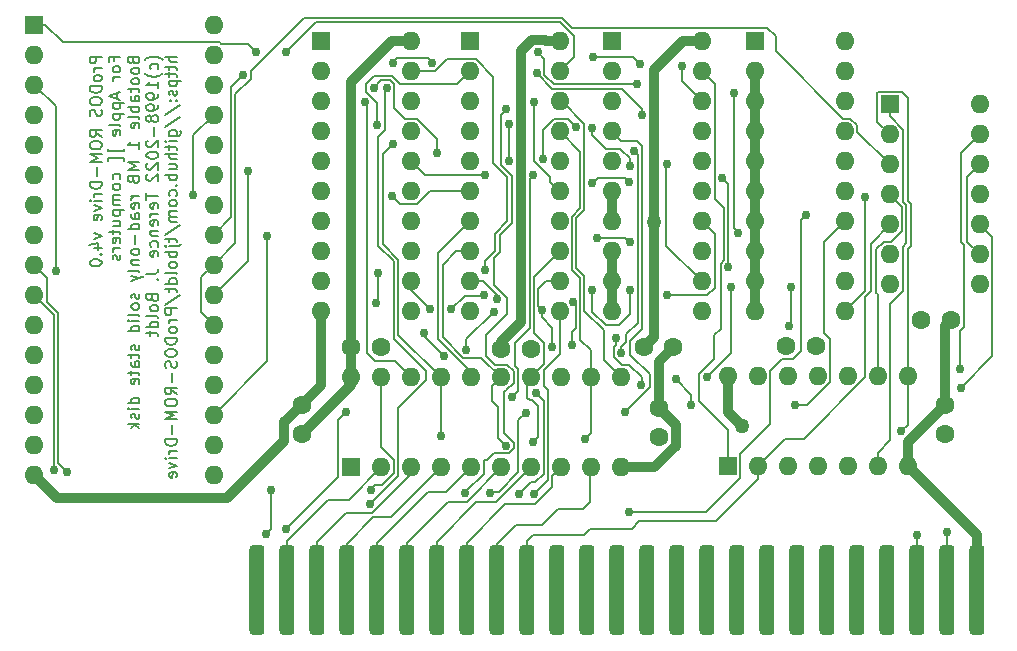
<source format=gbr>
G04 #@! TF.GenerationSoftware,KiCad,Pcbnew,(6.0.2-0)*
G04 #@! TF.CreationDate,2022-02-25T13:53:27-05:00*
G04 #@! TF.ProjectId,ProDOS ROM-Drive,50726f44-4f53-4205-924f-4d2d44726976,4.0*
G04 #@! TF.SameCoordinates,Original*
G04 #@! TF.FileFunction,Copper,L2,Bot*
G04 #@! TF.FilePolarity,Positive*
%FSLAX46Y46*%
G04 Gerber Fmt 4.6, Leading zero omitted, Abs format (unit mm)*
G04 Created by KiCad (PCBNEW (6.0.2-0)) date 2022-02-25 13:53:27*
%MOMM*%
%LPD*%
G01*
G04 APERTURE LIST*
G04 Aperture macros list*
%AMRoundRect*
0 Rectangle with rounded corners*
0 $1 Rounding radius*
0 $2 $3 $4 $5 $6 $7 $8 $9 X,Y pos of 4 corners*
0 Add a 4 corners polygon primitive as box body*
4,1,4,$2,$3,$4,$5,$6,$7,$8,$9,$2,$3,0*
0 Add four circle primitives for the rounded corners*
1,1,$1+$1,$2,$3*
1,1,$1+$1,$4,$5*
1,1,$1+$1,$6,$7*
1,1,$1+$1,$8,$9*
0 Add four rect primitives between the rounded corners*
20,1,$1+$1,$2,$3,$4,$5,0*
20,1,$1+$1,$4,$5,$6,$7,0*
20,1,$1+$1,$6,$7,$8,$9,0*
20,1,$1+$1,$8,$9,$2,$3,0*%
G04 Aperture macros list end*
%ADD10C,0.149860*%
G04 #@! TA.AperFunction,NonConductor*
%ADD11C,0.149860*%
G04 #@! TD*
G04 #@! TA.AperFunction,ComponentPad*
%ADD12R,1.600000X1.600000*%
G04 #@! TD*
G04 #@! TA.AperFunction,ComponentPad*
%ADD13O,1.600000X1.600000*%
G04 #@! TD*
G04 #@! TA.AperFunction,ConnectorPad*
%ADD14RoundRect,0.317500X-0.317500X-3.492500X0.317500X-3.492500X0.317500X3.492500X-0.317500X3.492500X0*%
G04 #@! TD*
G04 #@! TA.AperFunction,ComponentPad*
%ADD15C,1.600000*%
G04 #@! TD*
G04 #@! TA.AperFunction,ViaPad*
%ADD16C,1.270000*%
G04 #@! TD*
G04 #@! TA.AperFunction,ViaPad*
%ADD17C,0.762000*%
G04 #@! TD*
G04 #@! TA.AperFunction,Conductor*
%ADD18C,0.812800*%
G04 #@! TD*
G04 #@! TA.AperFunction,Conductor*
%ADD19C,0.177800*%
G04 #@! TD*
G04 APERTURE END LIST*
D10*
D11*
X42622796Y-27765266D02*
X41632196Y-27765266D01*
X41632196Y-28142637D01*
X41679368Y-28236980D01*
X41726539Y-28284151D01*
X41820882Y-28331323D01*
X41962396Y-28331323D01*
X42056739Y-28284151D01*
X42103910Y-28236980D01*
X42151082Y-28142637D01*
X42151082Y-27765266D01*
X42622796Y-28755866D02*
X41962396Y-28755866D01*
X42151082Y-28755866D02*
X42056739Y-28803037D01*
X42009568Y-28850209D01*
X41962396Y-28944551D01*
X41962396Y-29038894D01*
X42622796Y-29510609D02*
X42575625Y-29416266D01*
X42528453Y-29369094D01*
X42434110Y-29321923D01*
X42151082Y-29321923D01*
X42056739Y-29369094D01*
X42009568Y-29416266D01*
X41962396Y-29510609D01*
X41962396Y-29652123D01*
X42009568Y-29746466D01*
X42056739Y-29793637D01*
X42151082Y-29840809D01*
X42434110Y-29840809D01*
X42528453Y-29793637D01*
X42575625Y-29746466D01*
X42622796Y-29652123D01*
X42622796Y-29510609D01*
X42622796Y-30265351D02*
X41632196Y-30265351D01*
X41632196Y-30501209D01*
X41679368Y-30642723D01*
X41773710Y-30737066D01*
X41868053Y-30784237D01*
X42056739Y-30831409D01*
X42198253Y-30831409D01*
X42386939Y-30784237D01*
X42481282Y-30737066D01*
X42575625Y-30642723D01*
X42622796Y-30501209D01*
X42622796Y-30265351D01*
X41632196Y-31444637D02*
X41632196Y-31633323D01*
X41679368Y-31727666D01*
X41773710Y-31822009D01*
X41962396Y-31869180D01*
X42292596Y-31869180D01*
X42481282Y-31822009D01*
X42575625Y-31727666D01*
X42622796Y-31633323D01*
X42622796Y-31444637D01*
X42575625Y-31350294D01*
X42481282Y-31255951D01*
X42292596Y-31208780D01*
X41962396Y-31208780D01*
X41773710Y-31255951D01*
X41679368Y-31350294D01*
X41632196Y-31444637D01*
X42575625Y-32246551D02*
X42622796Y-32388066D01*
X42622796Y-32623923D01*
X42575625Y-32718266D01*
X42528453Y-32765437D01*
X42434110Y-32812609D01*
X42339768Y-32812609D01*
X42245425Y-32765437D01*
X42198253Y-32718266D01*
X42151082Y-32623923D01*
X42103910Y-32435237D01*
X42056739Y-32340894D01*
X42009568Y-32293723D01*
X41915225Y-32246551D01*
X41820882Y-32246551D01*
X41726539Y-32293723D01*
X41679368Y-32340894D01*
X41632196Y-32435237D01*
X41632196Y-32671094D01*
X41679368Y-32812609D01*
X42622796Y-34557951D02*
X42151082Y-34227751D01*
X42622796Y-33991894D02*
X41632196Y-33991894D01*
X41632196Y-34369266D01*
X41679368Y-34463609D01*
X41726539Y-34510780D01*
X41820882Y-34557951D01*
X41962396Y-34557951D01*
X42056739Y-34510780D01*
X42103910Y-34463609D01*
X42151082Y-34369266D01*
X42151082Y-33991894D01*
X41632196Y-35171180D02*
X41632196Y-35359866D01*
X41679368Y-35454209D01*
X41773710Y-35548551D01*
X41962396Y-35595723D01*
X42292596Y-35595723D01*
X42481282Y-35548551D01*
X42575625Y-35454209D01*
X42622796Y-35359866D01*
X42622796Y-35171180D01*
X42575625Y-35076837D01*
X42481282Y-34982494D01*
X42292596Y-34935323D01*
X41962396Y-34935323D01*
X41773710Y-34982494D01*
X41679368Y-35076837D01*
X41632196Y-35171180D01*
X42622796Y-36020266D02*
X41632196Y-36020266D01*
X42339768Y-36350466D01*
X41632196Y-36680666D01*
X42622796Y-36680666D01*
X42245425Y-37152380D02*
X42245425Y-37907123D01*
X42622796Y-38378837D02*
X41632196Y-38378837D01*
X41632196Y-38614694D01*
X41679368Y-38756209D01*
X41773710Y-38850551D01*
X41868053Y-38897723D01*
X42056739Y-38944894D01*
X42198253Y-38944894D01*
X42386939Y-38897723D01*
X42481282Y-38850551D01*
X42575625Y-38756209D01*
X42622796Y-38614694D01*
X42622796Y-38378837D01*
X42622796Y-39369437D02*
X41962396Y-39369437D01*
X42151082Y-39369437D02*
X42056739Y-39416609D01*
X42009568Y-39463780D01*
X41962396Y-39558123D01*
X41962396Y-39652466D01*
X42622796Y-39982666D02*
X41962396Y-39982666D01*
X41632196Y-39982666D02*
X41679368Y-39935494D01*
X41726539Y-39982666D01*
X41679368Y-40029837D01*
X41632196Y-39982666D01*
X41726539Y-39982666D01*
X41962396Y-40360037D02*
X42622796Y-40595894D01*
X41962396Y-40831751D01*
X42575625Y-41586494D02*
X42622796Y-41492151D01*
X42622796Y-41303466D01*
X42575625Y-41209123D01*
X42481282Y-41161951D01*
X42103910Y-41161951D01*
X42009568Y-41209123D01*
X41962396Y-41303466D01*
X41962396Y-41492151D01*
X42009568Y-41586494D01*
X42103910Y-41633666D01*
X42198253Y-41633666D01*
X42292596Y-41161951D01*
X41962396Y-42718609D02*
X42622796Y-42954466D01*
X41962396Y-43190323D01*
X41962396Y-43992237D02*
X42622796Y-43992237D01*
X41585025Y-43756380D02*
X42292596Y-43520523D01*
X42292596Y-44133751D01*
X42528453Y-44511123D02*
X42575625Y-44558294D01*
X42622796Y-44511123D01*
X42575625Y-44463951D01*
X42528453Y-44511123D01*
X42622796Y-44511123D01*
X41632196Y-45171523D02*
X41632196Y-45265866D01*
X41679368Y-45360209D01*
X41726539Y-45407380D01*
X41820882Y-45454551D01*
X42009568Y-45501723D01*
X42245425Y-45501723D01*
X42434110Y-45454551D01*
X42528453Y-45407380D01*
X42575625Y-45360209D01*
X42622796Y-45265866D01*
X42622796Y-45171523D01*
X42575625Y-45077180D01*
X42528453Y-45030009D01*
X42434110Y-44982837D01*
X42245425Y-44935666D01*
X42009568Y-44935666D01*
X41820882Y-44982837D01*
X41726539Y-45030009D01*
X41679368Y-45077180D01*
X41632196Y-45171523D01*
X43698776Y-28095466D02*
X43698776Y-27765266D01*
X44217662Y-27765266D02*
X43227062Y-27765266D01*
X43227062Y-28236980D01*
X44217662Y-28755866D02*
X44170491Y-28661523D01*
X44123319Y-28614351D01*
X44028976Y-28567180D01*
X43745948Y-28567180D01*
X43651605Y-28614351D01*
X43604434Y-28661523D01*
X43557262Y-28755866D01*
X43557262Y-28897380D01*
X43604434Y-28991723D01*
X43651605Y-29038894D01*
X43745948Y-29086066D01*
X44028976Y-29086066D01*
X44123319Y-29038894D01*
X44170491Y-28991723D01*
X44217662Y-28897380D01*
X44217662Y-28755866D01*
X44217662Y-29510609D02*
X43557262Y-29510609D01*
X43745948Y-29510609D02*
X43651605Y-29557780D01*
X43604434Y-29604951D01*
X43557262Y-29699294D01*
X43557262Y-29793637D01*
X43934634Y-30831409D02*
X43934634Y-31303123D01*
X44217662Y-30737066D02*
X43227062Y-31067266D01*
X44217662Y-31397466D01*
X43557262Y-31727666D02*
X44547862Y-31727666D01*
X43604434Y-31727666D02*
X43557262Y-31822009D01*
X43557262Y-32010694D01*
X43604434Y-32105037D01*
X43651605Y-32152209D01*
X43745948Y-32199380D01*
X44028976Y-32199380D01*
X44123319Y-32152209D01*
X44170491Y-32105037D01*
X44217662Y-32010694D01*
X44217662Y-31822009D01*
X44170491Y-31727666D01*
X43557262Y-32623923D02*
X44547862Y-32623923D01*
X43604434Y-32623923D02*
X43557262Y-32718266D01*
X43557262Y-32906951D01*
X43604434Y-33001294D01*
X43651605Y-33048466D01*
X43745948Y-33095637D01*
X44028976Y-33095637D01*
X44123319Y-33048466D01*
X44170491Y-33001294D01*
X44217662Y-32906951D01*
X44217662Y-32718266D01*
X44170491Y-32623923D01*
X44217662Y-33661694D02*
X44170491Y-33567351D01*
X44076148Y-33520180D01*
X43227062Y-33520180D01*
X44170491Y-34416437D02*
X44217662Y-34322094D01*
X44217662Y-34133408D01*
X44170491Y-34039066D01*
X44076148Y-33991894D01*
X43698776Y-33991894D01*
X43604434Y-34039066D01*
X43557262Y-34133408D01*
X43557262Y-34322094D01*
X43604434Y-34416437D01*
X43698776Y-34463608D01*
X43793119Y-34463608D01*
X43887462Y-33991894D01*
X44547862Y-35548551D02*
X44547862Y-35784408D01*
X43132719Y-35784408D01*
X43132719Y-35548551D01*
X44547862Y-36586323D02*
X44547862Y-36350466D01*
X43132719Y-36350466D01*
X43132719Y-36586323D01*
X44170491Y-38142980D02*
X44217662Y-38048637D01*
X44217662Y-37859951D01*
X44170491Y-37765608D01*
X44123319Y-37718437D01*
X44028976Y-37671266D01*
X43745948Y-37671266D01*
X43651605Y-37718437D01*
X43604434Y-37765608D01*
X43557262Y-37859951D01*
X43557262Y-38048637D01*
X43604434Y-38142980D01*
X44217662Y-38709037D02*
X44170491Y-38614694D01*
X44123319Y-38567523D01*
X44028976Y-38520351D01*
X43745948Y-38520351D01*
X43651605Y-38567523D01*
X43604434Y-38614694D01*
X43557262Y-38709037D01*
X43557262Y-38850551D01*
X43604434Y-38944894D01*
X43651605Y-38992066D01*
X43745948Y-39039237D01*
X44028976Y-39039237D01*
X44123319Y-38992066D01*
X44170491Y-38944894D01*
X44217662Y-38850551D01*
X44217662Y-38709037D01*
X44217662Y-39463780D02*
X43557262Y-39463780D01*
X43651605Y-39463780D02*
X43604434Y-39510951D01*
X43557262Y-39605294D01*
X43557262Y-39746808D01*
X43604434Y-39841151D01*
X43698776Y-39888323D01*
X44217662Y-39888323D01*
X43698776Y-39888323D02*
X43604434Y-39935494D01*
X43557262Y-40029837D01*
X43557262Y-40171351D01*
X43604434Y-40265694D01*
X43698776Y-40312866D01*
X44217662Y-40312866D01*
X43557262Y-40784580D02*
X44547862Y-40784580D01*
X43604434Y-40784580D02*
X43557262Y-40878923D01*
X43557262Y-41067608D01*
X43604434Y-41161951D01*
X43651605Y-41209123D01*
X43745948Y-41256294D01*
X44028976Y-41256294D01*
X44123319Y-41209123D01*
X44170491Y-41161951D01*
X44217662Y-41067608D01*
X44217662Y-40878923D01*
X44170491Y-40784580D01*
X43557262Y-42105380D02*
X44217662Y-42105380D01*
X43557262Y-41680837D02*
X44076148Y-41680837D01*
X44170491Y-41728008D01*
X44217662Y-41822351D01*
X44217662Y-41963866D01*
X44170491Y-42058208D01*
X44123319Y-42105380D01*
X43557262Y-42435580D02*
X43557262Y-42812951D01*
X43227062Y-42577094D02*
X44076148Y-42577094D01*
X44170491Y-42624266D01*
X44217662Y-42718608D01*
X44217662Y-42812951D01*
X44170491Y-43520523D02*
X44217662Y-43426180D01*
X44217662Y-43237494D01*
X44170491Y-43143151D01*
X44076148Y-43095980D01*
X43698776Y-43095980D01*
X43604434Y-43143151D01*
X43557262Y-43237494D01*
X43557262Y-43426180D01*
X43604434Y-43520523D01*
X43698776Y-43567694D01*
X43793119Y-43567694D01*
X43887462Y-43095980D01*
X44217662Y-43992237D02*
X43557262Y-43992237D01*
X43745948Y-43992237D02*
X43651605Y-44039408D01*
X43604434Y-44086580D01*
X43557262Y-44180923D01*
X43557262Y-44275266D01*
X44170491Y-44558294D02*
X44217662Y-44652637D01*
X44217662Y-44841323D01*
X44170491Y-44935666D01*
X44076148Y-44982837D01*
X44028976Y-44982837D01*
X43934634Y-44935666D01*
X43887462Y-44841323D01*
X43887462Y-44699808D01*
X43840291Y-44605466D01*
X43745948Y-44558294D01*
X43698776Y-44558294D01*
X43604434Y-44605466D01*
X43557262Y-44699808D01*
X43557262Y-44841323D01*
X43604434Y-44935666D01*
X45293642Y-28095466D02*
X45340814Y-28236980D01*
X45387985Y-28284151D01*
X45482328Y-28331323D01*
X45623842Y-28331323D01*
X45718185Y-28284151D01*
X45765357Y-28236980D01*
X45812528Y-28142637D01*
X45812528Y-27765266D01*
X44821928Y-27765266D01*
X44821928Y-28095466D01*
X44869100Y-28189809D01*
X44916271Y-28236980D01*
X45010614Y-28284151D01*
X45104957Y-28284151D01*
X45199300Y-28236980D01*
X45246471Y-28189809D01*
X45293642Y-28095466D01*
X45293642Y-27765266D01*
X45812528Y-28897380D02*
X45765357Y-28803037D01*
X45718185Y-28755866D01*
X45623842Y-28708694D01*
X45340814Y-28708694D01*
X45246471Y-28755866D01*
X45199300Y-28803037D01*
X45152128Y-28897380D01*
X45152128Y-29038894D01*
X45199300Y-29133237D01*
X45246471Y-29180409D01*
X45340814Y-29227580D01*
X45623842Y-29227580D01*
X45718185Y-29180409D01*
X45765357Y-29133237D01*
X45812528Y-29038894D01*
X45812528Y-28897380D01*
X45812528Y-29793637D02*
X45765357Y-29699294D01*
X45718185Y-29652123D01*
X45623842Y-29604951D01*
X45340814Y-29604951D01*
X45246471Y-29652123D01*
X45199300Y-29699294D01*
X45152128Y-29793637D01*
X45152128Y-29935151D01*
X45199300Y-30029494D01*
X45246471Y-30076666D01*
X45340814Y-30123837D01*
X45623842Y-30123837D01*
X45718185Y-30076666D01*
X45765357Y-30029494D01*
X45812528Y-29935151D01*
X45812528Y-29793637D01*
X45152128Y-30406866D02*
X45152128Y-30784237D01*
X44821928Y-30548380D02*
X45671014Y-30548380D01*
X45765357Y-30595551D01*
X45812528Y-30689894D01*
X45812528Y-30784237D01*
X45812528Y-31538980D02*
X45293642Y-31538980D01*
X45199300Y-31491809D01*
X45152128Y-31397466D01*
X45152128Y-31208780D01*
X45199300Y-31114437D01*
X45765357Y-31538980D02*
X45812528Y-31444637D01*
X45812528Y-31208780D01*
X45765357Y-31114437D01*
X45671014Y-31067266D01*
X45576671Y-31067266D01*
X45482328Y-31114437D01*
X45435157Y-31208780D01*
X45435157Y-31444637D01*
X45387985Y-31538980D01*
X45812528Y-32010694D02*
X44821928Y-32010694D01*
X45199300Y-32010694D02*
X45152128Y-32105037D01*
X45152128Y-32293723D01*
X45199300Y-32388066D01*
X45246471Y-32435237D01*
X45340814Y-32482409D01*
X45623842Y-32482409D01*
X45718185Y-32435237D01*
X45765357Y-32388066D01*
X45812528Y-32293723D01*
X45812528Y-32105037D01*
X45765357Y-32010694D01*
X45812528Y-33048466D02*
X45765357Y-32954123D01*
X45671014Y-32906951D01*
X44821928Y-32906951D01*
X45765357Y-33803208D02*
X45812528Y-33708866D01*
X45812528Y-33520180D01*
X45765357Y-33425837D01*
X45671014Y-33378666D01*
X45293642Y-33378666D01*
X45199300Y-33425837D01*
X45152128Y-33520180D01*
X45152128Y-33708866D01*
X45199300Y-33803208D01*
X45293642Y-33850380D01*
X45387985Y-33850380D01*
X45482328Y-33378666D01*
X45812528Y-35548551D02*
X45812528Y-34982494D01*
X45812528Y-35265523D02*
X44821928Y-35265523D01*
X44963442Y-35171180D01*
X45057785Y-35076837D01*
X45104957Y-34982494D01*
X45812528Y-36727837D02*
X44821928Y-36727837D01*
X45529500Y-37058037D01*
X44821928Y-37388237D01*
X45812528Y-37388237D01*
X45293642Y-38190151D02*
X45340814Y-38331666D01*
X45387985Y-38378837D01*
X45482328Y-38426009D01*
X45623842Y-38426009D01*
X45718185Y-38378837D01*
X45765357Y-38331666D01*
X45812528Y-38237323D01*
X45812528Y-37859951D01*
X44821928Y-37859951D01*
X44821928Y-38190151D01*
X44869100Y-38284494D01*
X44916271Y-38331666D01*
X45010614Y-38378837D01*
X45104957Y-38378837D01*
X45199300Y-38331666D01*
X45246471Y-38284494D01*
X45293642Y-38190151D01*
X45293642Y-37859951D01*
X45812528Y-39605294D02*
X45152128Y-39605294D01*
X45340814Y-39605294D02*
X45246471Y-39652466D01*
X45199300Y-39699637D01*
X45152128Y-39793980D01*
X45152128Y-39888323D01*
X45765357Y-40595894D02*
X45812528Y-40501551D01*
X45812528Y-40312866D01*
X45765357Y-40218523D01*
X45671014Y-40171351D01*
X45293642Y-40171351D01*
X45199300Y-40218523D01*
X45152128Y-40312866D01*
X45152128Y-40501551D01*
X45199300Y-40595894D01*
X45293642Y-40643066D01*
X45387985Y-40643066D01*
X45482328Y-40171351D01*
X45812528Y-41492151D02*
X45293642Y-41492151D01*
X45199300Y-41444980D01*
X45152128Y-41350637D01*
X45152128Y-41161951D01*
X45199300Y-41067608D01*
X45765357Y-41492151D02*
X45812528Y-41397808D01*
X45812528Y-41161951D01*
X45765357Y-41067608D01*
X45671014Y-41020437D01*
X45576671Y-41020437D01*
X45482328Y-41067608D01*
X45435157Y-41161951D01*
X45435157Y-41397808D01*
X45387985Y-41492151D01*
X45812528Y-42388408D02*
X44821928Y-42388408D01*
X45765357Y-42388408D02*
X45812528Y-42294066D01*
X45812528Y-42105380D01*
X45765357Y-42011037D01*
X45718185Y-41963866D01*
X45623842Y-41916694D01*
X45340814Y-41916694D01*
X45246471Y-41963866D01*
X45199300Y-42011037D01*
X45152128Y-42105380D01*
X45152128Y-42294066D01*
X45199300Y-42388408D01*
X45435157Y-42860123D02*
X45435157Y-43614866D01*
X45812528Y-44228094D02*
X45765357Y-44133751D01*
X45718185Y-44086580D01*
X45623842Y-44039408D01*
X45340814Y-44039408D01*
X45246471Y-44086580D01*
X45199300Y-44133751D01*
X45152128Y-44228094D01*
X45152128Y-44369608D01*
X45199300Y-44463951D01*
X45246471Y-44511123D01*
X45340814Y-44558294D01*
X45623842Y-44558294D01*
X45718185Y-44511123D01*
X45765357Y-44463951D01*
X45812528Y-44369608D01*
X45812528Y-44228094D01*
X45152128Y-44982837D02*
X45812528Y-44982837D01*
X45246471Y-44982837D02*
X45199300Y-45030008D01*
X45152128Y-45124351D01*
X45152128Y-45265866D01*
X45199300Y-45360208D01*
X45293642Y-45407380D01*
X45812528Y-45407380D01*
X45812528Y-46020608D02*
X45765357Y-45926266D01*
X45671014Y-45879094D01*
X44821928Y-45879094D01*
X45152128Y-46303637D02*
X45812528Y-46539494D01*
X45152128Y-46775351D02*
X45812528Y-46539494D01*
X46048385Y-46445151D01*
X46095557Y-46397980D01*
X46142728Y-46303637D01*
X45765357Y-47860294D02*
X45812528Y-47954637D01*
X45812528Y-48143323D01*
X45765357Y-48237666D01*
X45671014Y-48284837D01*
X45623842Y-48284837D01*
X45529500Y-48237666D01*
X45482328Y-48143323D01*
X45482328Y-48001808D01*
X45435157Y-47907466D01*
X45340814Y-47860294D01*
X45293642Y-47860294D01*
X45199300Y-47907466D01*
X45152128Y-48001808D01*
X45152128Y-48143323D01*
X45199300Y-48237666D01*
X45812528Y-48850894D02*
X45765357Y-48756551D01*
X45718185Y-48709380D01*
X45623842Y-48662208D01*
X45340814Y-48662208D01*
X45246471Y-48709380D01*
X45199300Y-48756551D01*
X45152128Y-48850894D01*
X45152128Y-48992408D01*
X45199300Y-49086751D01*
X45246471Y-49133923D01*
X45340814Y-49181094D01*
X45623842Y-49181094D01*
X45718185Y-49133923D01*
X45765357Y-49086751D01*
X45812528Y-48992408D01*
X45812528Y-48850894D01*
X45812528Y-49747151D02*
X45765357Y-49652808D01*
X45671014Y-49605637D01*
X44821928Y-49605637D01*
X45812528Y-50124523D02*
X45152128Y-50124523D01*
X44821928Y-50124523D02*
X44869100Y-50077351D01*
X44916271Y-50124523D01*
X44869100Y-50171694D01*
X44821928Y-50124523D01*
X44916271Y-50124523D01*
X45812528Y-51020780D02*
X44821928Y-51020780D01*
X45765357Y-51020780D02*
X45812528Y-50926437D01*
X45812528Y-50737751D01*
X45765357Y-50643408D01*
X45718185Y-50596237D01*
X45623842Y-50549066D01*
X45340814Y-50549066D01*
X45246471Y-50596237D01*
X45199300Y-50643408D01*
X45152128Y-50737751D01*
X45152128Y-50926437D01*
X45199300Y-51020780D01*
X45765357Y-52200066D02*
X45812528Y-52294408D01*
X45812528Y-52483094D01*
X45765357Y-52577437D01*
X45671014Y-52624608D01*
X45623842Y-52624608D01*
X45529500Y-52577437D01*
X45482328Y-52483094D01*
X45482328Y-52341580D01*
X45435157Y-52247237D01*
X45340814Y-52200066D01*
X45293642Y-52200066D01*
X45199300Y-52247237D01*
X45152128Y-52341580D01*
X45152128Y-52483094D01*
X45199300Y-52577437D01*
X45152128Y-52907637D02*
X45152128Y-53285008D01*
X44821928Y-53049151D02*
X45671014Y-53049151D01*
X45765357Y-53096323D01*
X45812528Y-53190666D01*
X45812528Y-53285008D01*
X45812528Y-54039751D02*
X45293642Y-54039751D01*
X45199300Y-53992580D01*
X45152128Y-53898237D01*
X45152128Y-53709551D01*
X45199300Y-53615208D01*
X45765357Y-54039751D02*
X45812528Y-53945408D01*
X45812528Y-53709551D01*
X45765357Y-53615208D01*
X45671014Y-53568037D01*
X45576671Y-53568037D01*
X45482328Y-53615208D01*
X45435157Y-53709551D01*
X45435157Y-53945408D01*
X45387985Y-54039751D01*
X45152128Y-54369951D02*
X45152128Y-54747323D01*
X44821928Y-54511466D02*
X45671014Y-54511466D01*
X45765357Y-54558637D01*
X45812528Y-54652980D01*
X45812528Y-54747323D01*
X45765357Y-55454894D02*
X45812528Y-55360551D01*
X45812528Y-55171866D01*
X45765357Y-55077523D01*
X45671014Y-55030351D01*
X45293642Y-55030351D01*
X45199300Y-55077523D01*
X45152128Y-55171866D01*
X45152128Y-55360551D01*
X45199300Y-55454894D01*
X45293642Y-55502066D01*
X45387985Y-55502066D01*
X45482328Y-55030351D01*
X45812528Y-57105894D02*
X44821928Y-57105894D01*
X45765357Y-57105894D02*
X45812528Y-57011551D01*
X45812528Y-56822866D01*
X45765357Y-56728523D01*
X45718185Y-56681351D01*
X45623842Y-56634180D01*
X45340814Y-56634180D01*
X45246471Y-56681351D01*
X45199300Y-56728523D01*
X45152128Y-56822866D01*
X45152128Y-57011551D01*
X45199300Y-57105894D01*
X45812528Y-57577608D02*
X45152128Y-57577608D01*
X44821928Y-57577608D02*
X44869100Y-57530437D01*
X44916271Y-57577608D01*
X44869100Y-57624780D01*
X44821928Y-57577608D01*
X44916271Y-57577608D01*
X45765357Y-58002151D02*
X45812528Y-58096494D01*
X45812528Y-58285180D01*
X45765357Y-58379523D01*
X45671014Y-58426694D01*
X45623842Y-58426694D01*
X45529500Y-58379523D01*
X45482328Y-58285180D01*
X45482328Y-58143666D01*
X45435157Y-58049323D01*
X45340814Y-58002151D01*
X45293642Y-58002151D01*
X45199300Y-58049323D01*
X45152128Y-58143666D01*
X45152128Y-58285180D01*
X45199300Y-58379523D01*
X45812528Y-58851237D02*
X44821928Y-58851237D01*
X45435157Y-58945580D02*
X45812528Y-59228608D01*
X45152128Y-59228608D02*
X45529500Y-58851237D01*
X47784766Y-28048294D02*
X47737594Y-28001123D01*
X47596080Y-27906780D01*
X47501737Y-27859609D01*
X47360223Y-27812437D01*
X47124366Y-27765266D01*
X46935680Y-27765266D01*
X46699823Y-27812437D01*
X46558308Y-27859609D01*
X46463966Y-27906780D01*
X46322451Y-28001123D01*
X46275280Y-28048294D01*
X47360223Y-28850209D02*
X47407394Y-28755866D01*
X47407394Y-28567180D01*
X47360223Y-28472837D01*
X47313051Y-28425666D01*
X47218708Y-28378494D01*
X46935680Y-28378494D01*
X46841337Y-28425666D01*
X46794166Y-28472837D01*
X46746994Y-28567180D01*
X46746994Y-28755866D01*
X46794166Y-28850209D01*
X47784766Y-29180409D02*
X47737594Y-29227580D01*
X47596080Y-29321923D01*
X47501737Y-29369094D01*
X47360223Y-29416266D01*
X47124366Y-29463437D01*
X46935680Y-29463437D01*
X46699823Y-29416266D01*
X46558308Y-29369094D01*
X46463966Y-29321923D01*
X46322451Y-29227580D01*
X46275280Y-29180409D01*
X47407394Y-30454037D02*
X47407394Y-29887980D01*
X47407394Y-30171009D02*
X46416794Y-30171009D01*
X46558308Y-30076666D01*
X46652651Y-29982323D01*
X46699823Y-29887980D01*
X47407394Y-30925751D02*
X47407394Y-31114437D01*
X47360223Y-31208780D01*
X47313051Y-31255951D01*
X47171537Y-31350294D01*
X46982851Y-31397466D01*
X46605480Y-31397466D01*
X46511137Y-31350294D01*
X46463966Y-31303123D01*
X46416794Y-31208780D01*
X46416794Y-31020094D01*
X46463966Y-30925751D01*
X46511137Y-30878580D01*
X46605480Y-30831409D01*
X46841337Y-30831409D01*
X46935680Y-30878580D01*
X46982851Y-30925751D01*
X47030023Y-31020094D01*
X47030023Y-31208780D01*
X46982851Y-31303123D01*
X46935680Y-31350294D01*
X46841337Y-31397466D01*
X47407394Y-31869180D02*
X47407394Y-32057866D01*
X47360223Y-32152209D01*
X47313051Y-32199380D01*
X47171537Y-32293723D01*
X46982851Y-32340894D01*
X46605480Y-32340894D01*
X46511137Y-32293723D01*
X46463966Y-32246551D01*
X46416794Y-32152209D01*
X46416794Y-31963523D01*
X46463966Y-31869180D01*
X46511137Y-31822009D01*
X46605480Y-31774837D01*
X46841337Y-31774837D01*
X46935680Y-31822009D01*
X46982851Y-31869180D01*
X47030023Y-31963523D01*
X47030023Y-32152209D01*
X46982851Y-32246551D01*
X46935680Y-32293723D01*
X46841337Y-32340894D01*
X46841337Y-32906951D02*
X46794166Y-32812609D01*
X46746994Y-32765437D01*
X46652651Y-32718266D01*
X46605480Y-32718266D01*
X46511137Y-32765437D01*
X46463966Y-32812609D01*
X46416794Y-32906951D01*
X46416794Y-33095637D01*
X46463966Y-33189980D01*
X46511137Y-33237151D01*
X46605480Y-33284323D01*
X46652651Y-33284323D01*
X46746994Y-33237151D01*
X46794166Y-33189980D01*
X46841337Y-33095637D01*
X46841337Y-32906951D01*
X46888508Y-32812609D01*
X46935680Y-32765437D01*
X47030023Y-32718266D01*
X47218708Y-32718266D01*
X47313051Y-32765437D01*
X47360223Y-32812609D01*
X47407394Y-32906951D01*
X47407394Y-33095637D01*
X47360223Y-33189980D01*
X47313051Y-33237151D01*
X47218708Y-33284323D01*
X47030023Y-33284323D01*
X46935680Y-33237151D01*
X46888508Y-33189980D01*
X46841337Y-33095637D01*
X47030023Y-33708866D02*
X47030023Y-34463609D01*
X46511137Y-34888151D02*
X46463966Y-34935323D01*
X46416794Y-35029666D01*
X46416794Y-35265523D01*
X46463966Y-35359866D01*
X46511137Y-35407037D01*
X46605480Y-35454208D01*
X46699823Y-35454208D01*
X46841337Y-35407037D01*
X47407394Y-34840980D01*
X47407394Y-35454208D01*
X46416794Y-36067437D02*
X46416794Y-36161780D01*
X46463966Y-36256123D01*
X46511137Y-36303294D01*
X46605480Y-36350466D01*
X46794166Y-36397637D01*
X47030023Y-36397637D01*
X47218708Y-36350466D01*
X47313051Y-36303294D01*
X47360223Y-36256123D01*
X47407394Y-36161780D01*
X47407394Y-36067437D01*
X47360223Y-35973094D01*
X47313051Y-35925923D01*
X47218708Y-35878751D01*
X47030023Y-35831580D01*
X46794166Y-35831580D01*
X46605480Y-35878751D01*
X46511137Y-35925923D01*
X46463966Y-35973094D01*
X46416794Y-36067437D01*
X46511137Y-36775008D02*
X46463966Y-36822180D01*
X46416794Y-36916523D01*
X46416794Y-37152380D01*
X46463966Y-37246723D01*
X46511137Y-37293894D01*
X46605480Y-37341066D01*
X46699823Y-37341066D01*
X46841337Y-37293894D01*
X47407394Y-36727837D01*
X47407394Y-37341066D01*
X46511137Y-37718437D02*
X46463966Y-37765608D01*
X46416794Y-37859951D01*
X46416794Y-38095808D01*
X46463966Y-38190151D01*
X46511137Y-38237323D01*
X46605480Y-38284494D01*
X46699823Y-38284494D01*
X46841337Y-38237323D01*
X47407394Y-37671266D01*
X47407394Y-38284494D01*
X46416794Y-39322266D02*
X46416794Y-39888323D01*
X47407394Y-39605294D02*
X46416794Y-39605294D01*
X47360223Y-40595894D02*
X47407394Y-40501551D01*
X47407394Y-40312866D01*
X47360223Y-40218523D01*
X47265880Y-40171351D01*
X46888508Y-40171351D01*
X46794166Y-40218523D01*
X46746994Y-40312866D01*
X46746994Y-40501551D01*
X46794166Y-40595894D01*
X46888508Y-40643066D01*
X46982851Y-40643066D01*
X47077194Y-40171351D01*
X47407394Y-41067608D02*
X46746994Y-41067608D01*
X46935680Y-41067608D02*
X46841337Y-41114780D01*
X46794166Y-41161951D01*
X46746994Y-41256294D01*
X46746994Y-41350637D01*
X47360223Y-42058208D02*
X47407394Y-41963866D01*
X47407394Y-41775180D01*
X47360223Y-41680837D01*
X47265880Y-41633666D01*
X46888508Y-41633666D01*
X46794166Y-41680837D01*
X46746994Y-41775180D01*
X46746994Y-41963866D01*
X46794166Y-42058208D01*
X46888508Y-42105380D01*
X46982851Y-42105380D01*
X47077194Y-41633666D01*
X46746994Y-42529923D02*
X47407394Y-42529923D01*
X46841337Y-42529923D02*
X46794166Y-42577094D01*
X46746994Y-42671437D01*
X46746994Y-42812951D01*
X46794166Y-42907294D01*
X46888508Y-42954466D01*
X47407394Y-42954466D01*
X47360223Y-43850723D02*
X47407394Y-43756380D01*
X47407394Y-43567694D01*
X47360223Y-43473351D01*
X47313051Y-43426180D01*
X47218708Y-43379008D01*
X46935680Y-43379008D01*
X46841337Y-43426180D01*
X46794166Y-43473351D01*
X46746994Y-43567694D01*
X46746994Y-43756380D01*
X46794166Y-43850723D01*
X47360223Y-44652637D02*
X47407394Y-44558294D01*
X47407394Y-44369608D01*
X47360223Y-44275266D01*
X47265880Y-44228094D01*
X46888508Y-44228094D01*
X46794166Y-44275266D01*
X46746994Y-44369608D01*
X46746994Y-44558294D01*
X46794166Y-44652637D01*
X46888508Y-44699808D01*
X46982851Y-44699808D01*
X47077194Y-44228094D01*
X46416794Y-46162123D02*
X47124366Y-46162123D01*
X47265880Y-46114951D01*
X47360223Y-46020608D01*
X47407394Y-45879094D01*
X47407394Y-45784751D01*
X47313051Y-46633837D02*
X47360223Y-46681008D01*
X47407394Y-46633837D01*
X47360223Y-46586666D01*
X47313051Y-46633837D01*
X47407394Y-46633837D01*
X46888508Y-48190494D02*
X46935680Y-48332008D01*
X46982851Y-48379180D01*
X47077194Y-48426351D01*
X47218708Y-48426351D01*
X47313051Y-48379180D01*
X47360223Y-48332008D01*
X47407394Y-48237666D01*
X47407394Y-47860294D01*
X46416794Y-47860294D01*
X46416794Y-48190494D01*
X46463966Y-48284837D01*
X46511137Y-48332008D01*
X46605480Y-48379180D01*
X46699823Y-48379180D01*
X46794166Y-48332008D01*
X46841337Y-48284837D01*
X46888508Y-48190494D01*
X46888508Y-47860294D01*
X47407394Y-48992408D02*
X47360223Y-48898066D01*
X47313051Y-48850894D01*
X47218708Y-48803723D01*
X46935680Y-48803723D01*
X46841337Y-48850894D01*
X46794166Y-48898066D01*
X46746994Y-48992408D01*
X46746994Y-49133923D01*
X46794166Y-49228266D01*
X46841337Y-49275437D01*
X46935680Y-49322608D01*
X47218708Y-49322608D01*
X47313051Y-49275437D01*
X47360223Y-49228266D01*
X47407394Y-49133923D01*
X47407394Y-48992408D01*
X47407394Y-49888666D02*
X47360223Y-49794323D01*
X47265880Y-49747151D01*
X46416794Y-49747151D01*
X47407394Y-50690580D02*
X46416794Y-50690580D01*
X47360223Y-50690580D02*
X47407394Y-50596237D01*
X47407394Y-50407551D01*
X47360223Y-50313208D01*
X47313051Y-50266037D01*
X47218708Y-50218866D01*
X46935680Y-50218866D01*
X46841337Y-50266037D01*
X46794166Y-50313208D01*
X46746994Y-50407551D01*
X46746994Y-50596237D01*
X46794166Y-50690580D01*
X46746994Y-51020780D02*
X46746994Y-51398151D01*
X46416794Y-51162294D02*
X47265880Y-51162294D01*
X47360223Y-51209466D01*
X47407394Y-51303808D01*
X47407394Y-51398151D01*
X49002260Y-27765266D02*
X48011660Y-27765266D01*
X49002260Y-28189809D02*
X48483374Y-28189809D01*
X48389032Y-28142637D01*
X48341860Y-28048294D01*
X48341860Y-27906780D01*
X48389032Y-27812437D01*
X48436203Y-27765266D01*
X48341860Y-28520009D02*
X48341860Y-28897380D01*
X48011660Y-28661523D02*
X48860746Y-28661523D01*
X48955089Y-28708694D01*
X49002260Y-28803037D01*
X49002260Y-28897380D01*
X48341860Y-29086066D02*
X48341860Y-29463437D01*
X48011660Y-29227580D02*
X48860746Y-29227580D01*
X48955089Y-29274751D01*
X49002260Y-29369094D01*
X49002260Y-29463437D01*
X48341860Y-29793637D02*
X49332460Y-29793637D01*
X48389032Y-29793637D02*
X48341860Y-29887980D01*
X48341860Y-30076666D01*
X48389032Y-30171009D01*
X48436203Y-30218180D01*
X48530546Y-30265351D01*
X48813574Y-30265351D01*
X48907917Y-30218180D01*
X48955089Y-30171009D01*
X49002260Y-30076666D01*
X49002260Y-29887980D01*
X48955089Y-29793637D01*
X48955089Y-30642723D02*
X49002260Y-30737066D01*
X49002260Y-30925751D01*
X48955089Y-31020094D01*
X48860746Y-31067266D01*
X48813574Y-31067266D01*
X48719232Y-31020094D01*
X48672060Y-30925751D01*
X48672060Y-30784237D01*
X48624889Y-30689894D01*
X48530546Y-30642723D01*
X48483374Y-30642723D01*
X48389032Y-30689894D01*
X48341860Y-30784237D01*
X48341860Y-30925751D01*
X48389032Y-31020094D01*
X48907917Y-31491809D02*
X48955089Y-31538980D01*
X49002260Y-31491809D01*
X48955089Y-31444637D01*
X48907917Y-31491809D01*
X49002260Y-31491809D01*
X48389032Y-31491809D02*
X48436203Y-31538980D01*
X48483374Y-31491809D01*
X48436203Y-31444637D01*
X48389032Y-31491809D01*
X48483374Y-31491809D01*
X47964489Y-32671094D02*
X49238117Y-31822009D01*
X47964489Y-33708866D02*
X49238117Y-32859780D01*
X48341860Y-34463609D02*
X49143774Y-34463609D01*
X49238117Y-34416437D01*
X49285289Y-34369266D01*
X49332460Y-34274923D01*
X49332460Y-34133409D01*
X49285289Y-34039066D01*
X48955089Y-34463609D02*
X49002260Y-34369266D01*
X49002260Y-34180580D01*
X48955089Y-34086237D01*
X48907917Y-34039066D01*
X48813574Y-33991894D01*
X48530546Y-33991894D01*
X48436203Y-34039066D01*
X48389032Y-34086237D01*
X48341860Y-34180580D01*
X48341860Y-34369266D01*
X48389032Y-34463609D01*
X49002260Y-34935323D02*
X48341860Y-34935323D01*
X48011660Y-34935323D02*
X48058832Y-34888151D01*
X48106003Y-34935323D01*
X48058832Y-34982494D01*
X48011660Y-34935323D01*
X48106003Y-34935323D01*
X48341860Y-35265523D02*
X48341860Y-35642894D01*
X48011660Y-35407037D02*
X48860746Y-35407037D01*
X48955089Y-35454209D01*
X49002260Y-35548551D01*
X49002260Y-35642894D01*
X49002260Y-35973094D02*
X48011660Y-35973094D01*
X49002260Y-36397637D02*
X48483374Y-36397637D01*
X48389032Y-36350466D01*
X48341860Y-36256123D01*
X48341860Y-36114609D01*
X48389032Y-36020266D01*
X48436203Y-35973094D01*
X48341860Y-37293894D02*
X49002260Y-37293894D01*
X48341860Y-36869351D02*
X48860746Y-36869351D01*
X48955089Y-36916523D01*
X49002260Y-37010866D01*
X49002260Y-37152380D01*
X48955089Y-37246723D01*
X48907917Y-37293894D01*
X49002260Y-37765609D02*
X48011660Y-37765609D01*
X48389032Y-37765609D02*
X48341860Y-37859951D01*
X48341860Y-38048637D01*
X48389032Y-38142980D01*
X48436203Y-38190151D01*
X48530546Y-38237323D01*
X48813574Y-38237323D01*
X48907917Y-38190151D01*
X48955089Y-38142980D01*
X49002260Y-38048637D01*
X49002260Y-37859951D01*
X48955089Y-37765609D01*
X48907917Y-38661866D02*
X48955089Y-38709037D01*
X49002260Y-38661866D01*
X48955089Y-38614694D01*
X48907917Y-38661866D01*
X49002260Y-38661866D01*
X48955089Y-39558123D02*
X49002260Y-39463780D01*
X49002260Y-39275094D01*
X48955089Y-39180751D01*
X48907917Y-39133580D01*
X48813574Y-39086409D01*
X48530546Y-39086409D01*
X48436203Y-39133580D01*
X48389032Y-39180751D01*
X48341860Y-39275094D01*
X48341860Y-39463780D01*
X48389032Y-39558123D01*
X49002260Y-40124180D02*
X48955089Y-40029837D01*
X48907917Y-39982666D01*
X48813574Y-39935494D01*
X48530546Y-39935494D01*
X48436203Y-39982666D01*
X48389032Y-40029837D01*
X48341860Y-40124180D01*
X48341860Y-40265694D01*
X48389032Y-40360037D01*
X48436203Y-40407209D01*
X48530546Y-40454380D01*
X48813574Y-40454380D01*
X48907917Y-40407209D01*
X48955089Y-40360037D01*
X49002260Y-40265694D01*
X49002260Y-40124180D01*
X49002260Y-40878923D02*
X48341860Y-40878923D01*
X48436203Y-40878923D02*
X48389032Y-40926094D01*
X48341860Y-41020437D01*
X48341860Y-41161951D01*
X48389032Y-41256294D01*
X48483374Y-41303466D01*
X49002260Y-41303466D01*
X48483374Y-41303466D02*
X48389032Y-41350637D01*
X48341860Y-41444980D01*
X48341860Y-41586494D01*
X48389032Y-41680837D01*
X48483374Y-41728009D01*
X49002260Y-41728009D01*
X47964489Y-42907294D02*
X49238117Y-42058209D01*
X48341860Y-43095980D02*
X48341860Y-43473351D01*
X48011660Y-43237494D02*
X48860746Y-43237494D01*
X48955089Y-43284666D01*
X49002260Y-43379009D01*
X49002260Y-43473351D01*
X48341860Y-43803551D02*
X49190946Y-43803551D01*
X49285289Y-43756380D01*
X49332460Y-43662037D01*
X49332460Y-43614866D01*
X48011660Y-43803551D02*
X48058832Y-43756380D01*
X48106003Y-43803551D01*
X48058832Y-43850723D01*
X48011660Y-43803551D01*
X48106003Y-43803551D01*
X49002260Y-44275266D02*
X48011660Y-44275266D01*
X48389032Y-44275266D02*
X48341860Y-44369609D01*
X48341860Y-44558294D01*
X48389032Y-44652637D01*
X48436203Y-44699809D01*
X48530546Y-44746980D01*
X48813574Y-44746980D01*
X48907917Y-44699809D01*
X48955089Y-44652637D01*
X49002260Y-44558294D01*
X49002260Y-44369609D01*
X48955089Y-44275266D01*
X49002260Y-45313037D02*
X48955089Y-45218694D01*
X48907917Y-45171523D01*
X48813574Y-45124351D01*
X48530546Y-45124351D01*
X48436203Y-45171523D01*
X48389032Y-45218694D01*
X48341860Y-45313037D01*
X48341860Y-45454551D01*
X48389032Y-45548894D01*
X48436203Y-45596066D01*
X48530546Y-45643237D01*
X48813574Y-45643237D01*
X48907917Y-45596066D01*
X48955089Y-45548894D01*
X49002260Y-45454551D01*
X49002260Y-45313037D01*
X49002260Y-46209294D02*
X48955089Y-46114951D01*
X48860746Y-46067780D01*
X48011660Y-46067780D01*
X49002260Y-47011208D02*
X48011660Y-47011208D01*
X48955089Y-47011208D02*
X49002260Y-46916866D01*
X49002260Y-46728180D01*
X48955089Y-46633837D01*
X48907917Y-46586666D01*
X48813574Y-46539494D01*
X48530546Y-46539494D01*
X48436203Y-46586666D01*
X48389032Y-46633837D01*
X48341860Y-46728180D01*
X48341860Y-46916866D01*
X48389032Y-47011208D01*
X48341860Y-47341408D02*
X48341860Y-47718780D01*
X48011660Y-47482923D02*
X48860746Y-47482923D01*
X48955089Y-47530094D01*
X49002260Y-47624437D01*
X49002260Y-47718780D01*
X47964489Y-48756551D02*
X49238117Y-47907466D01*
X49002260Y-49086751D02*
X48011660Y-49086751D01*
X48011660Y-49464123D01*
X48058832Y-49558466D01*
X48106003Y-49605637D01*
X48200346Y-49652808D01*
X48341860Y-49652808D01*
X48436203Y-49605637D01*
X48483374Y-49558466D01*
X48530546Y-49464123D01*
X48530546Y-49086751D01*
X49002260Y-50077351D02*
X48341860Y-50077351D01*
X48530546Y-50077351D02*
X48436203Y-50124523D01*
X48389032Y-50171694D01*
X48341860Y-50266037D01*
X48341860Y-50360380D01*
X49002260Y-50832094D02*
X48955089Y-50737751D01*
X48907917Y-50690580D01*
X48813574Y-50643408D01*
X48530546Y-50643408D01*
X48436203Y-50690580D01*
X48389032Y-50737751D01*
X48341860Y-50832094D01*
X48341860Y-50973608D01*
X48389032Y-51067951D01*
X48436203Y-51115123D01*
X48530546Y-51162294D01*
X48813574Y-51162294D01*
X48907917Y-51115123D01*
X48955089Y-51067951D01*
X49002260Y-50973608D01*
X49002260Y-50832094D01*
X49002260Y-51586837D02*
X48011660Y-51586837D01*
X48011660Y-51822694D01*
X48058832Y-51964208D01*
X48153174Y-52058551D01*
X48247517Y-52105723D01*
X48436203Y-52152894D01*
X48577717Y-52152894D01*
X48766403Y-52105723D01*
X48860746Y-52058551D01*
X48955089Y-51964208D01*
X49002260Y-51822694D01*
X49002260Y-51586837D01*
X48011660Y-52766123D02*
X48011660Y-52954808D01*
X48058832Y-53049151D01*
X48153174Y-53143494D01*
X48341860Y-53190666D01*
X48672060Y-53190666D01*
X48860746Y-53143494D01*
X48955089Y-53049151D01*
X49002260Y-52954808D01*
X49002260Y-52766123D01*
X48955089Y-52671780D01*
X48860746Y-52577437D01*
X48672060Y-52530266D01*
X48341860Y-52530266D01*
X48153174Y-52577437D01*
X48058832Y-52671780D01*
X48011660Y-52766123D01*
X48955089Y-53568037D02*
X49002260Y-53709551D01*
X49002260Y-53945408D01*
X48955089Y-54039751D01*
X48907917Y-54086923D01*
X48813574Y-54134094D01*
X48719232Y-54134094D01*
X48624889Y-54086923D01*
X48577717Y-54039751D01*
X48530546Y-53945408D01*
X48483374Y-53756723D01*
X48436203Y-53662380D01*
X48389032Y-53615208D01*
X48294689Y-53568037D01*
X48200346Y-53568037D01*
X48106003Y-53615208D01*
X48058832Y-53662380D01*
X48011660Y-53756723D01*
X48011660Y-53992580D01*
X48058832Y-54134094D01*
X48624889Y-54558637D02*
X48624889Y-55313380D01*
X49002260Y-56351151D02*
X48530546Y-56020951D01*
X49002260Y-55785094D02*
X48011660Y-55785094D01*
X48011660Y-56162466D01*
X48058832Y-56256808D01*
X48106003Y-56303980D01*
X48200346Y-56351151D01*
X48341860Y-56351151D01*
X48436203Y-56303980D01*
X48483374Y-56256808D01*
X48530546Y-56162466D01*
X48530546Y-55785094D01*
X48011660Y-56964380D02*
X48011660Y-57153066D01*
X48058832Y-57247408D01*
X48153174Y-57341751D01*
X48341860Y-57388923D01*
X48672060Y-57388923D01*
X48860746Y-57341751D01*
X48955089Y-57247408D01*
X49002260Y-57153066D01*
X49002260Y-56964380D01*
X48955089Y-56870037D01*
X48860746Y-56775694D01*
X48672060Y-56728523D01*
X48341860Y-56728523D01*
X48153174Y-56775694D01*
X48058832Y-56870037D01*
X48011660Y-56964380D01*
X49002260Y-57813466D02*
X48011660Y-57813466D01*
X48719232Y-58143666D01*
X48011660Y-58473866D01*
X49002260Y-58473866D01*
X48624889Y-58945580D02*
X48624889Y-59700323D01*
X49002260Y-60172037D02*
X48011660Y-60172037D01*
X48011660Y-60407894D01*
X48058832Y-60549408D01*
X48153174Y-60643751D01*
X48247517Y-60690923D01*
X48436203Y-60738094D01*
X48577717Y-60738094D01*
X48766403Y-60690923D01*
X48860746Y-60643751D01*
X48955089Y-60549408D01*
X49002260Y-60407894D01*
X49002260Y-60172037D01*
X49002260Y-61162637D02*
X48341860Y-61162637D01*
X48530546Y-61162637D02*
X48436203Y-61209808D01*
X48389032Y-61256980D01*
X48341860Y-61351323D01*
X48341860Y-61445666D01*
X49002260Y-61775866D02*
X48341860Y-61775866D01*
X48011660Y-61775866D02*
X48058832Y-61728694D01*
X48106003Y-61775866D01*
X48058832Y-61823037D01*
X48011660Y-61775866D01*
X48106003Y-61775866D01*
X48341860Y-62153237D02*
X49002260Y-62389094D01*
X48341860Y-62624951D01*
X48955089Y-63379694D02*
X49002260Y-63285351D01*
X49002260Y-63096666D01*
X48955089Y-63002323D01*
X48860746Y-62955151D01*
X48483374Y-62955151D01*
X48389032Y-63002323D01*
X48341860Y-63096666D01*
X48341860Y-63285351D01*
X48389032Y-63379694D01*
X48483374Y-63426866D01*
X48577717Y-63426866D01*
X48672060Y-62955151D01*
D12*
X109336840Y-31818580D03*
D13*
X109336840Y-34358580D03*
X109336840Y-36898580D03*
X109336840Y-39438580D03*
X109336840Y-41978580D03*
X109336840Y-44518580D03*
X109336840Y-47058580D03*
X116956840Y-47058580D03*
X116956840Y-44518580D03*
X116956840Y-41978580D03*
X116956840Y-39438580D03*
X116956840Y-36898580D03*
X116956840Y-34358580D03*
X116956840Y-31818580D03*
D12*
X95620840Y-62425580D03*
D13*
X98160840Y-62425580D03*
X100700840Y-62425580D03*
X103240840Y-62425580D03*
X105780840Y-62425580D03*
X108320840Y-62425580D03*
X110860840Y-62425580D03*
X110860840Y-54805580D03*
X108320840Y-54805580D03*
X105780840Y-54805580D03*
X103240840Y-54805580D03*
X100700840Y-54805580D03*
X98160840Y-54805580D03*
X95620840Y-54805580D03*
D12*
X61203840Y-26484580D03*
D13*
X61203840Y-29024580D03*
X61203840Y-31564580D03*
X61203840Y-34104580D03*
X61203840Y-36644580D03*
X61203840Y-39184580D03*
X61203840Y-41724580D03*
X61203840Y-44264580D03*
X61203840Y-46804580D03*
X61203840Y-49344580D03*
X68823840Y-49344580D03*
X68823840Y-46804580D03*
X68823840Y-44264580D03*
X68823840Y-41724580D03*
X68823840Y-39184580D03*
X68823840Y-36644580D03*
X68823840Y-34104580D03*
X68823840Y-31564580D03*
X68823840Y-29024580D03*
X68823840Y-26484580D03*
D12*
X85841840Y-26484580D03*
D13*
X85841840Y-29024580D03*
X85841840Y-31564580D03*
X85841840Y-34104580D03*
X85841840Y-36644580D03*
X85841840Y-39184580D03*
X85841840Y-41724580D03*
X85841840Y-44264580D03*
X85841840Y-46804580D03*
X85841840Y-49344580D03*
X93461840Y-49344580D03*
X93461840Y-46804580D03*
X93461840Y-44264580D03*
X93461840Y-41724580D03*
X93461840Y-39184580D03*
X93461840Y-36644580D03*
X93461840Y-34104580D03*
X93461840Y-31564580D03*
X93461840Y-29024580D03*
X93461840Y-26484580D03*
D12*
X73776840Y-26484580D03*
D13*
X73776840Y-29024580D03*
X73776840Y-31564580D03*
X73776840Y-34104580D03*
X73776840Y-36644580D03*
X73776840Y-39184580D03*
X73776840Y-41724580D03*
X73776840Y-44264580D03*
X73776840Y-46804580D03*
X73776840Y-49344580D03*
X81396840Y-49344580D03*
X81396840Y-46804580D03*
X81396840Y-44264580D03*
X81396840Y-41724580D03*
X81396840Y-39184580D03*
X81396840Y-36644580D03*
X81396840Y-34104580D03*
X81396840Y-31564580D03*
X81396840Y-29024580D03*
X81396840Y-26484580D03*
D12*
X97906840Y-26484580D03*
D13*
X97906840Y-29024580D03*
X97906840Y-31564580D03*
X97906840Y-34104580D03*
X97906840Y-36644580D03*
X97906840Y-39184580D03*
X97906840Y-41724580D03*
X97906840Y-44264580D03*
X97906840Y-46804580D03*
X97906840Y-49344580D03*
X105526840Y-49344580D03*
X105526840Y-46804580D03*
X105526840Y-44264580D03*
X105526840Y-41724580D03*
X105526840Y-39184580D03*
X105526840Y-36644580D03*
X105526840Y-34104580D03*
X105526840Y-31564580D03*
X105526840Y-29024580D03*
X105526840Y-26484580D03*
D14*
X116702840Y-72966580D03*
X114162840Y-72966580D03*
X111622840Y-72966580D03*
X109082840Y-72966580D03*
X106542840Y-72966580D03*
X104002840Y-72966580D03*
X101462840Y-72966580D03*
X98922840Y-72966580D03*
X96382840Y-72966580D03*
X93842840Y-72966580D03*
X91302840Y-72966580D03*
X88762840Y-72966580D03*
X86222840Y-72966580D03*
X83682840Y-72966580D03*
X81142840Y-72966580D03*
X78602840Y-72966580D03*
X76062840Y-72966580D03*
X73522840Y-72966580D03*
X70982840Y-72966580D03*
X68442840Y-72966580D03*
X65902840Y-72966580D03*
X63362840Y-72966580D03*
X60822840Y-72966580D03*
X58282840Y-72966580D03*
X55742840Y-72966580D03*
D12*
X36873180Y-25057100D03*
D13*
X36873180Y-27597100D03*
X36873180Y-30137100D03*
X36873180Y-32677100D03*
X36873180Y-35217100D03*
X36873180Y-37757100D03*
X36873180Y-40297100D03*
X36873180Y-42837100D03*
X36873180Y-45377100D03*
X36873180Y-47917100D03*
X36873180Y-50457100D03*
X36873180Y-52997100D03*
X36873180Y-55537100D03*
X36873180Y-58077100D03*
X36873180Y-60617100D03*
X36873180Y-63157100D03*
X52113180Y-63157100D03*
X52113180Y-60617100D03*
X52113180Y-58077100D03*
X52113180Y-55537100D03*
X52113180Y-52997100D03*
X52113180Y-50457100D03*
X52113180Y-47917100D03*
X52113180Y-45377100D03*
X52113180Y-42837100D03*
X52113180Y-40297100D03*
X52113180Y-37757100D03*
X52113180Y-35217100D03*
X52113180Y-32677100D03*
X52113180Y-30137100D03*
X52113180Y-27597100D03*
X52113180Y-25057100D03*
D12*
X63743840Y-62552580D03*
D13*
X66283840Y-62552580D03*
X68823840Y-62552580D03*
X71363840Y-62552580D03*
X73903840Y-62552580D03*
X76443840Y-62552580D03*
X78983840Y-62552580D03*
X81523840Y-62552580D03*
X84063840Y-62552580D03*
X86603840Y-62552580D03*
X86603840Y-54932580D03*
X84063840Y-54932580D03*
X81523840Y-54932580D03*
X78983840Y-54932580D03*
X76443840Y-54932580D03*
X73903840Y-54932580D03*
X71363840Y-54932580D03*
X68823840Y-54932580D03*
X66283840Y-54932580D03*
X63743840Y-54932580D03*
D15*
X59552840Y-59758580D03*
X59552840Y-57258580D03*
X114035840Y-59758580D03*
X114035840Y-57258580D03*
X89778840Y-60012580D03*
X89778840Y-57512580D03*
X100573840Y-52265580D03*
X103073840Y-52265580D03*
X88508840Y-52392580D03*
X91008840Y-52392580D03*
X76443840Y-52519580D03*
X78943840Y-52519580D03*
X63743840Y-52392580D03*
X66243840Y-52392580D03*
X112003840Y-50106580D03*
X114503840Y-50106580D03*
D16*
X96850200Y-59055000D03*
X89397841Y-41772841D03*
D17*
X110327440Y-59489340D03*
X83593851Y-60142120D03*
X56642000Y-42926000D03*
X79138780Y-60396120D03*
X76869504Y-60711179D03*
X67276980Y-35171281D03*
X71363840Y-59850020D03*
X64955387Y-31597633D03*
X65407022Y-64449040D03*
X55656480Y-27348180D03*
X107269280Y-39672260D03*
X58260178Y-27348180D03*
X92567760Y-57269380D03*
X75816936Y-49361884D03*
X80761840Y-52392580D03*
X79885459Y-49202259D03*
X91267280Y-55087520D03*
X73510140Y-52595780D03*
X69898260Y-51168300D03*
X101346000Y-57269380D03*
X71594980Y-53106320D03*
X38722300Y-45897800D03*
X88254840Y-55567580D03*
X93842840Y-54932580D03*
X82504271Y-48518981D03*
X95874840Y-47312580D03*
X76062840Y-48328580D03*
X86184740Y-51630580D03*
X82415034Y-52214354D03*
X79456280Y-29164280D03*
X65966834Y-33578800D03*
X88356440Y-32727900D03*
X66014600Y-46075600D03*
X65836800Y-48666400D03*
X84609861Y-43129200D03*
X87325200Y-43489969D03*
X84246720Y-27810460D03*
X67259200Y-28275181D03*
X70601840Y-28275181D03*
X88171020Y-28397200D03*
X91732100Y-28580080D03*
X39666704Y-62908656D03*
X38574980Y-62732920D03*
X58262520Y-67795140D03*
X115354100Y-55803800D03*
X63350140Y-57823100D03*
X82806540Y-33764220D03*
X90451940Y-36819840D03*
X87350600Y-37068760D03*
X79985517Y-36423600D03*
X84155280Y-33850580D03*
X54978300Y-37431980D03*
X75092560Y-37810441D03*
X54592220Y-29319220D03*
X75107800Y-45844460D03*
X84155279Y-47553979D03*
X72229980Y-49171860D03*
X87350600Y-47553979D03*
X74962583Y-47940575D03*
X90525600Y-47955200D03*
X70408800Y-49110900D03*
X77091439Y-33456880D03*
X77091439Y-36621720D03*
X67193160Y-39560500D03*
X50370740Y-39479220D03*
X87299800Y-38404800D03*
X84155279Y-38506400D03*
X95676720Y-45593000D03*
X79202280Y-31579820D03*
X95176241Y-38072070D03*
X100965000Y-47244000D03*
X100787200Y-50571400D03*
X71038720Y-35930840D03*
X65659000Y-30426660D03*
X86616540Y-52862480D03*
X87680800Y-35747960D03*
X56962040Y-64495581D03*
X56535320Y-68160900D03*
X79537560Y-27401520D03*
X96527620Y-42682160D03*
X96144080Y-30815181D03*
X87972900Y-30114240D03*
X87238840Y-66362580D03*
X79224346Y-64825086D03*
X102224840Y-41216580D03*
X65376266Y-65655666D03*
X66753740Y-30429200D03*
X76890880Y-32232600D03*
X73362820Y-64698791D03*
X75519280Y-64698791D03*
X86939120Y-57856120D03*
X78552040Y-57917181D03*
X77995780Y-64833500D03*
X77342220Y-56580232D03*
X79174239Y-37810440D03*
X79364840Y-56243220D03*
X111622840Y-68267580D03*
X114162840Y-68013580D03*
X115277900Y-54211220D03*
D18*
X63743840Y-52392580D02*
X63743840Y-54932580D01*
X95620840Y-57825640D02*
X96850200Y-59055000D01*
X89397841Y-28896057D02*
X91809318Y-26484580D01*
X78132839Y-27264967D02*
X78132839Y-50198771D01*
X76443840Y-51887770D02*
X76443840Y-52519580D01*
X68823840Y-26484580D02*
X67184470Y-26484580D01*
X85841840Y-39184580D02*
X85841840Y-41724580D01*
X91809318Y-26484580D02*
X93461840Y-26484580D01*
X95620840Y-54805580D02*
X95620840Y-57825640D01*
X89397840Y-51503580D02*
X88508840Y-52392580D01*
X89397841Y-41772841D02*
X89397841Y-36504880D01*
X79037687Y-26360119D02*
X78132839Y-27264967D01*
X89397841Y-28896057D02*
X89397841Y-39778919D01*
X89397841Y-51503579D02*
X89397841Y-41772841D01*
X63743840Y-54932580D02*
X63743840Y-55567580D01*
X80141009Y-26360119D02*
X79037687Y-26360119D01*
X88508840Y-52392580D02*
X89397841Y-51503579D01*
X80265470Y-26484580D02*
X80141009Y-26360119D01*
X81396840Y-26484580D02*
X80265470Y-26484580D01*
X78132839Y-50198771D02*
X76443840Y-51887770D01*
X63743840Y-55567580D02*
X59552840Y-59758580D01*
X67184470Y-26484580D02*
X63743840Y-29925210D01*
X63743840Y-29925210D02*
X63743840Y-52392580D01*
X89778840Y-53622580D02*
X91008840Y-52392580D01*
X89778840Y-57512580D02*
X89778840Y-53622580D01*
X116702840Y-72966580D02*
X116702840Y-68267580D01*
X53261114Y-65163700D02*
X58092439Y-60332375D01*
X97906840Y-44264580D02*
X97906840Y-49344580D01*
X97906840Y-29024580D02*
X97906840Y-34104580D01*
X110860840Y-62425580D02*
X110860840Y-60433580D01*
X85841840Y-49344580D02*
X85841840Y-44264580D01*
X89400234Y-62552580D02*
X91239241Y-60713573D01*
X58092439Y-60332375D02*
X58092439Y-58718981D01*
X61203840Y-49344580D02*
X61203840Y-55607580D01*
X116702840Y-68267580D02*
X110860840Y-62425580D01*
X58092439Y-58718981D02*
X59552840Y-57258580D01*
X61203840Y-55607580D02*
X59552840Y-57258580D01*
X91239241Y-60713573D02*
X91239241Y-58972981D01*
X97906840Y-34104580D02*
X97906840Y-39184580D01*
X114035840Y-57258580D02*
X114035840Y-50574580D01*
X114035840Y-50574580D02*
X114503840Y-50106580D01*
X86603840Y-62552580D02*
X89400234Y-62552580D01*
X91239241Y-58972981D02*
X89778840Y-57512580D01*
X97906840Y-39184580D02*
X97906840Y-44264580D01*
X36873180Y-63157100D02*
X38879780Y-65163700D01*
X110860840Y-60433580D02*
X114035840Y-57258580D01*
X38879780Y-65163700D02*
X53261114Y-65163700D01*
D19*
X110860840Y-31262518D02*
X110860840Y-39956764D01*
X110860840Y-39956764D02*
X111114761Y-40210685D01*
X108270139Y-33291879D02*
X108270139Y-30805219D01*
X108270139Y-30805219D02*
X108323479Y-30751879D01*
X110327440Y-59489340D02*
X110860840Y-58955940D01*
X108323479Y-30751879D02*
X110350201Y-30751879D01*
X110860840Y-58955940D02*
X110860840Y-54805580D01*
X111114761Y-40210685D02*
X111114761Y-43815079D01*
X110350201Y-30751879D02*
X110860840Y-31262518D01*
X109336840Y-34358580D02*
X108270139Y-33291879D01*
X111114761Y-43815079D02*
X110860840Y-44069000D01*
X110860840Y-44069000D02*
X110860840Y-54805580D01*
X63553340Y-65283080D02*
X61775340Y-65283080D01*
X66283840Y-62552580D02*
X63553340Y-65283080D01*
X58282840Y-68775580D02*
X58282840Y-72966580D01*
X61775340Y-65283080D02*
X58282840Y-68775580D01*
X60822840Y-68902580D02*
X60822840Y-72966580D01*
X68823840Y-62552580D02*
X68823840Y-63124080D01*
X63304420Y-66421000D02*
X60822840Y-68902580D01*
X68823840Y-63124080D02*
X65532000Y-66415920D01*
X65521840Y-66421000D02*
X63304420Y-66421000D01*
X65532000Y-66415920D02*
X65526920Y-66415920D01*
X65526920Y-66415920D02*
X65521840Y-66421000D01*
X67139810Y-66776610D02*
X65615810Y-66776610D01*
X71363840Y-62552580D02*
X67139810Y-66776610D01*
X65615810Y-66776610D02*
X63362840Y-69029580D01*
X63362840Y-69029580D02*
X63362840Y-72966580D01*
X70231000Y-64643000D02*
X65902840Y-68971160D01*
X73903840Y-62552580D02*
X71813420Y-64643000D01*
X65902840Y-68971160D02*
X65902840Y-72966580D01*
X71813420Y-64643000D02*
X70231000Y-64643000D01*
X68442840Y-68922900D02*
X68442840Y-72966580D01*
X71922640Y-65443100D02*
X68442840Y-68922900D01*
X73553320Y-65443100D02*
X71922640Y-65443100D01*
X76443840Y-62552580D02*
X73553320Y-65443100D01*
X70982840Y-68859400D02*
X70982840Y-72966580D01*
X76019660Y-65516760D02*
X74325480Y-65516760D01*
X78983840Y-62552580D02*
X76019660Y-65516760D01*
X74325480Y-65516760D02*
X70982840Y-68859400D01*
X79306420Y-65659000D02*
X76791820Y-65659000D01*
X79629000Y-65336420D02*
X79306420Y-65659000D01*
X80761840Y-63314580D02*
X80761840Y-64203580D01*
X79629000Y-65336420D02*
X79375000Y-65590420D01*
X76791820Y-65659000D02*
X73522840Y-68927980D01*
X81523840Y-62552580D02*
X80761840Y-63314580D01*
X80761840Y-64203580D02*
X79629000Y-65336420D01*
X73522840Y-68927980D02*
X73522840Y-72966580D01*
X81246980Y-66106040D02*
X83395820Y-66106040D01*
X76062840Y-69060060D02*
X76062840Y-72966580D01*
X79908399Y-67444621D02*
X77713840Y-67444620D01*
X77713840Y-67444620D02*
X76098400Y-69060060D01*
X84013040Y-65488820D02*
X84013040Y-62603380D01*
X81246980Y-66106040D02*
X79908399Y-67444621D01*
X84013040Y-65488820D02*
X83395820Y-66106040D01*
X76098400Y-69060060D02*
X76062840Y-69060060D01*
X84013040Y-62603380D02*
X84063840Y-62552580D01*
X85130541Y-53459281D02*
X85130541Y-52872541D01*
X85130541Y-52872541D02*
X85130541Y-50919281D01*
X83507579Y-40769529D02*
X83507579Y-33506661D01*
X82819151Y-41457957D02*
X83507579Y-40769529D01*
X86603840Y-54932580D02*
X85130541Y-53459281D01*
X81565498Y-31564580D02*
X81396840Y-31564580D01*
X83507579Y-49296319D02*
X83507579Y-46321979D01*
X83507579Y-33506661D02*
X81565498Y-31564580D01*
X83507579Y-46321979D02*
X82819151Y-45633551D01*
X85130541Y-50919281D02*
X83507579Y-49296319D01*
X82819151Y-45633551D02*
X82819151Y-41457957D01*
X84063840Y-54932580D02*
X84063840Y-52633898D01*
X84063840Y-59672131D02*
X83593851Y-60142120D01*
X84063840Y-52633898D02*
X83151971Y-51722029D01*
X84063840Y-54932580D02*
X84063840Y-59672131D01*
X82463541Y-41310659D02*
X83151971Y-40622229D01*
X83151971Y-35859711D02*
X81396840Y-34104580D01*
X83151971Y-51722029D02*
X83151971Y-46525171D01*
X83151971Y-46525171D02*
X82463541Y-45836741D01*
X83151971Y-40622229D02*
X83151971Y-35859711D01*
X82463541Y-45836741D02*
X82463541Y-41310659D01*
X56642000Y-53548280D02*
X52113180Y-58077100D01*
X56642000Y-42926000D02*
X56642000Y-53548280D01*
X80086251Y-52046377D02*
X80086251Y-53771749D01*
X78983840Y-54874160D02*
X78983840Y-54932580D01*
X79093039Y-56862970D02*
X78874610Y-56862970D01*
X81396840Y-44264580D02*
X79238248Y-46423172D01*
X79238248Y-46423172D02*
X79238248Y-51198374D01*
X80086251Y-53771749D02*
X78983840Y-54874160D01*
X78643480Y-55272940D02*
X78983840Y-54932580D01*
X79555350Y-57325281D02*
X79093039Y-56862970D01*
X79138780Y-60396120D02*
X79555351Y-59979549D01*
X79555351Y-59979549D02*
X79555350Y-57325281D01*
X78643480Y-56631840D02*
X78643480Y-55272940D01*
X79238248Y-51198374D02*
X80086251Y-52046377D01*
X78874610Y-56862970D02*
X78643480Y-56631840D01*
X75692000Y-56896000D02*
X75692000Y-55684420D01*
X74754251Y-53242991D02*
X73193157Y-53242991D01*
X76200000Y-57404000D02*
X75692000Y-56896000D01*
X72645470Y-44264580D02*
X73776840Y-44264580D01*
X76443840Y-54932580D02*
X74754251Y-53242991D01*
X75692000Y-55684420D02*
X76443840Y-54932580D01*
X71488299Y-45421751D02*
X72645470Y-44264580D01*
X76200000Y-60041675D02*
X76200000Y-57404000D01*
X76869504Y-60711179D02*
X76200000Y-60041675D01*
X73193157Y-53242991D02*
X71488299Y-51538133D01*
X71488299Y-51538133D02*
X71488299Y-45421751D01*
X71123657Y-51676399D02*
X71123657Y-48768000D01*
X71123657Y-48768000D02*
X71123657Y-44377763D01*
X73903840Y-54456582D02*
X71123657Y-51676399D01*
X73903840Y-54932580D02*
X73903840Y-54456582D01*
X71123657Y-44377763D02*
X73776840Y-41724580D01*
X71363840Y-54932580D02*
X71363840Y-59850020D01*
X66413380Y-43632120D02*
X67757629Y-44976369D01*
X67757629Y-51326369D02*
X71363840Y-54932580D01*
X67276980Y-35171281D02*
X66413380Y-36034881D01*
X66413380Y-36034881D02*
X66413380Y-43632120D01*
X67757629Y-44976369D02*
X67757629Y-51326369D01*
X65087500Y-52851854D02*
X65087500Y-49466500D01*
X65770637Y-53534991D02*
X65087500Y-52851854D01*
X65067180Y-31709426D02*
X64955387Y-31597633D01*
X65067180Y-32651601D02*
X65067180Y-31709426D01*
X67426251Y-53534991D02*
X65770637Y-53534991D01*
X65087500Y-32631281D02*
X65087500Y-49466500D01*
X65067180Y-32651601D02*
X65087500Y-32631281D01*
X68823840Y-54932580D02*
X67426251Y-53534991D01*
X110479741Y-33939281D02*
X110479741Y-40078573D01*
X110759151Y-43581421D02*
X110479741Y-43860831D01*
X66283840Y-60792360D02*
X66283840Y-54932580D01*
X65788021Y-64068041D02*
X66347097Y-64068041D01*
X109336840Y-31818580D02*
X109336840Y-32796380D01*
X65407022Y-64449040D02*
X65788021Y-64068041D01*
X110759151Y-40357983D02*
X110759151Y-43581421D01*
X110479741Y-47607173D02*
X109387541Y-48699373D01*
X109387541Y-60227509D02*
X108320840Y-61294210D01*
X67401529Y-63013609D02*
X67401529Y-61910049D01*
X67401529Y-61910049D02*
X66283840Y-60792360D01*
X109387541Y-48699373D02*
X109387541Y-60227509D01*
X110479741Y-43860831D02*
X110479741Y-47607173D01*
X110479741Y-40078573D02*
X110759151Y-40357983D01*
X66347097Y-64068041D02*
X67401529Y-63013609D01*
X108320840Y-61294210D02*
X108320840Y-62425580D01*
X109336840Y-32796380D02*
X110479741Y-33939281D01*
X82605880Y-26002126D02*
X81437433Y-24833679D01*
X82605880Y-27815540D02*
X82605880Y-26002126D01*
X106867960Y-48003460D02*
X105526840Y-49344580D01*
X107269280Y-39672260D02*
X107269280Y-47602140D01*
X37850980Y-25057100D02*
X36873180Y-25057100D01*
X54988460Y-26680160D02*
X55656480Y-27348180D01*
X52625197Y-26530399D02*
X39324279Y-26530399D01*
X39324279Y-26530399D02*
X37850980Y-25057100D01*
X60774679Y-24833679D02*
X58260178Y-27348180D01*
X52774958Y-26680160D02*
X52625197Y-26530399D01*
X52774958Y-26680160D02*
X54988460Y-26680160D01*
X107269280Y-47602140D02*
X106867960Y-48003460D01*
X81396840Y-29024580D02*
X82605880Y-27815540D01*
X81437433Y-24833679D02*
X60774679Y-24833679D01*
X107276900Y-47594520D02*
X106867960Y-48003460D01*
X103761539Y-43489881D02*
X103761539Y-51151537D01*
X71594980Y-53106320D02*
X69898260Y-51409600D01*
X92567760Y-56388000D02*
X91267280Y-55087520D01*
X104307541Y-55317597D02*
X102355758Y-57269380D01*
X75816936Y-49361884D02*
X73510140Y-51668680D01*
X79593369Y-48910169D02*
X79885459Y-49202259D01*
X80761840Y-50728961D02*
X80761840Y-52392580D01*
X105526840Y-41724580D02*
X103761539Y-43489881D01*
X81396840Y-46804580D02*
X80246220Y-46804580D01*
X103761539Y-51151537D02*
X104307541Y-51697539D01*
X69898260Y-51409600D02*
X69898260Y-51168300D01*
X80246220Y-46804580D02*
X79593369Y-47457431D01*
X79885459Y-49852580D02*
X80761840Y-50728961D01*
X92567760Y-57269380D02*
X92567760Y-56388000D01*
X79885459Y-49852580D02*
X79885459Y-49202259D01*
X104307541Y-51697539D02*
X104307541Y-55317597D01*
X102355758Y-57269380D02*
X101346000Y-57269380D01*
X73510140Y-51668680D02*
X73510140Y-52595780D01*
X79593369Y-47457431D02*
X79593369Y-48910169D01*
X86661341Y-53865879D02*
X87315139Y-53865879D01*
X38722300Y-45897800D02*
X38722300Y-31986220D01*
X73776840Y-46804580D02*
X74908210Y-46804580D01*
X85968839Y-53173377D02*
X86661341Y-53865879D01*
X82793840Y-49311560D02*
X82793840Y-50741580D01*
X86184740Y-51630580D02*
X86184740Y-52169395D01*
X95874840Y-52900580D02*
X93842840Y-54932580D01*
X88381840Y-55440580D02*
X88254840Y-55567580D01*
X82793840Y-48808550D02*
X82793840Y-49311560D01*
X82793840Y-50741580D02*
X82463541Y-51071879D01*
X38722300Y-31986220D02*
X36873180Y-30137100D01*
X82463541Y-51071879D02*
X82463541Y-52165847D01*
X85968839Y-52385296D02*
X85968839Y-53173377D01*
X82463541Y-52165847D02*
X82415034Y-52214354D01*
X86184740Y-52169395D02*
X85968839Y-52385296D01*
X88381840Y-54932580D02*
X88381840Y-55440580D01*
X82504271Y-48518981D02*
X82793840Y-48808550D01*
X87315139Y-53865879D02*
X88381840Y-54932580D01*
X74908210Y-46804580D02*
X76062840Y-47959210D01*
X76062840Y-47959210D02*
X76062840Y-48328580D01*
X95874840Y-47312580D02*
X95874840Y-52900580D01*
X73776840Y-29024580D02*
X72702420Y-30099000D01*
X86665234Y-30497879D02*
X80789879Y-30497879D01*
X67211935Y-29425889D02*
X65701173Y-29425889D01*
X65011299Y-30115763D02*
X65011299Y-30737557D01*
X67885046Y-30099000D02*
X67211935Y-29425889D01*
X65966834Y-31693092D02*
X65966834Y-33578800D01*
X65701173Y-29425889D02*
X65011299Y-30115763D01*
X88356440Y-32727900D02*
X88356440Y-32189085D01*
X65011299Y-30737557D02*
X65966834Y-31693092D01*
X88356440Y-32189085D02*
X86665234Y-30497879D01*
X80789879Y-30497879D02*
X79456280Y-29164280D01*
X72702420Y-30099000D02*
X67885046Y-30099000D01*
X84630091Y-43108970D02*
X84609861Y-43129200D01*
X66014600Y-48488600D02*
X65836800Y-48666400D01*
X66014600Y-46075600D02*
X66014600Y-48488600D01*
X86944201Y-43108970D02*
X84630091Y-43108970D01*
X87325200Y-43489969D02*
X86944201Y-43108970D01*
X84246720Y-27810460D02*
X87584280Y-27810460D01*
X91732100Y-28580080D02*
X91732100Y-29834840D01*
X87584280Y-27810460D02*
X88171020Y-28397200D01*
X91732100Y-29834840D02*
X93461840Y-31564580D01*
X67642641Y-27891740D02*
X70218399Y-27891740D01*
X70218399Y-27891740D02*
X70601840Y-28275181D01*
X67259200Y-28275181D02*
X67642641Y-27891740D01*
X38041581Y-48582593D02*
X38950900Y-49491912D01*
X38950900Y-49491912D02*
X38950900Y-62192852D01*
X38950900Y-62192852D02*
X39666704Y-62908656D01*
X36873180Y-45377100D02*
X38041581Y-46545501D01*
X38041581Y-46545501D02*
X38041581Y-48582593D01*
X38574980Y-62732920D02*
X38574980Y-49618900D01*
X38574980Y-49618900D02*
X36873180Y-47917100D01*
X58262520Y-67795140D02*
X62677139Y-63380521D01*
X116956840Y-41978580D02*
X118023541Y-43045281D01*
X62677139Y-58496101D02*
X63350140Y-57823100D01*
X62677139Y-63380521D02*
X62677139Y-58496101D01*
X118023541Y-53134359D02*
X115354100Y-55803800D01*
X118023541Y-43045281D02*
X118023541Y-53134359D01*
X99695000Y-26055518D02*
X98981161Y-25341679D01*
X105403542Y-33020000D02*
X99695000Y-27311458D01*
X99695000Y-27311458D02*
X99695000Y-26055518D01*
X52108066Y-45382214D02*
X52113180Y-45382214D01*
X51046479Y-46443801D02*
X52108066Y-45382214D01*
X53924209Y-42334180D02*
X53924209Y-43566071D01*
X109336840Y-36898580D02*
X106593541Y-34155281D01*
X51046479Y-49390399D02*
X51046479Y-46443801D01*
X55239921Y-29630117D02*
X53924209Y-30945829D01*
X106593541Y-33592563D02*
X106020978Y-33020000D01*
X53924209Y-41793160D02*
X53924209Y-43223189D01*
X82448341Y-25341679D02*
X81577022Y-24470360D01*
X53924209Y-41793160D02*
X53924209Y-42334180D01*
X53924209Y-30945829D02*
X53924209Y-41793160D01*
X59777884Y-24470360D02*
X55239921Y-29008323D01*
X55239921Y-29008323D02*
X55239921Y-29630117D01*
X98981161Y-25341679D02*
X82448341Y-25341679D01*
X81577022Y-24470360D02*
X59777884Y-24470360D01*
X53924209Y-43566071D02*
X52113180Y-45377100D01*
X52113180Y-50457100D02*
X51046479Y-49390399D01*
X106020978Y-33020000D02*
X105403542Y-33020000D01*
X106593541Y-34155281D02*
X106593541Y-33592563D01*
X68823840Y-36644580D02*
X69989701Y-37810441D01*
X87350600Y-36376358D02*
X87350600Y-37068760D01*
X69989701Y-37810441D02*
X75092560Y-37810441D01*
X93461840Y-46804580D02*
X90439240Y-43781980D01*
X90439240Y-36832540D02*
X90451940Y-36819840D01*
X85343764Y-35577879D02*
X86552121Y-35577879D01*
X86552121Y-35577879D02*
X87350600Y-36376358D01*
X90439240Y-43781980D02*
X90439240Y-42750740D01*
X90439240Y-42750740D02*
X90439240Y-36832540D01*
X79985517Y-36423600D02*
X79985517Y-33937185D01*
X54978300Y-37431980D02*
X54978300Y-45051980D01*
X54978300Y-45051980D02*
X52113180Y-47917100D01*
X84155280Y-33850580D02*
X84155280Y-34389395D01*
X90439240Y-43629580D02*
X90439240Y-42750740D01*
X82080199Y-33037879D02*
X82806540Y-33764220D01*
X84155280Y-34389395D02*
X85343764Y-35577879D01*
X79985517Y-33937185D02*
X80884823Y-33037879D01*
X80884823Y-33037879D02*
X82080199Y-33037879D01*
X75946000Y-42743132D02*
X75946000Y-44196000D01*
X76984860Y-37978170D02*
X76984860Y-39116000D01*
X76984860Y-39116000D02*
X76984860Y-41704272D01*
X75946000Y-44196000D02*
X75107800Y-45034200D01*
X75796038Y-36789348D02*
X76984860Y-37978170D01*
X54592220Y-29319220D02*
X53568599Y-30342841D01*
X75107800Y-45034200D02*
X75107800Y-45844460D01*
X70811039Y-29024580D02*
X71877740Y-27957879D01*
X53568599Y-30342841D02*
X53568599Y-41381681D01*
X53568599Y-41381681D02*
X52113180Y-42837100D01*
X76984860Y-41704272D02*
X75946000Y-42743132D01*
X74288857Y-27957879D02*
X75796038Y-29465060D01*
X71877740Y-27957879D02*
X74288857Y-27957879D01*
X75796038Y-29465060D02*
X75796038Y-36789348D01*
X68823840Y-29024580D02*
X70811039Y-29024580D01*
X85293247Y-50487481D02*
X84155279Y-49349513D01*
X84155279Y-49349513D02*
X84155279Y-47553979D01*
X94528541Y-47316597D02*
X93889938Y-47955200D01*
X86390433Y-50487481D02*
X85293247Y-50487481D01*
X87350600Y-47553979D02*
X87350600Y-49527314D01*
X94528541Y-42791281D02*
X94528541Y-47316597D01*
X70408800Y-49110900D02*
X68823840Y-47525940D01*
X68823840Y-47525940D02*
X68823840Y-46804580D01*
X73353683Y-48048157D02*
X72229980Y-49171860D01*
X87350600Y-49527314D02*
X86390433Y-50487481D01*
X74855001Y-48048157D02*
X74962583Y-47940575D01*
X73353683Y-48048157D02*
X74855001Y-48048157D01*
X93461840Y-41724580D02*
X94528541Y-42791281D01*
X93889938Y-47955200D02*
X90525600Y-47955200D01*
X77091439Y-33456880D02*
X77091439Y-36621720D01*
X50370740Y-39479220D02*
X50370740Y-34419540D01*
X50370740Y-34419540D02*
X52113180Y-32677100D01*
X73776840Y-39184580D02*
X70402558Y-39184580D01*
X69335857Y-40251281D02*
X67883941Y-40251281D01*
X67883941Y-40251281D02*
X67193160Y-39560500D01*
X70402558Y-39184580D02*
X69335857Y-40251281D01*
X79202280Y-36598961D02*
X79202280Y-31579820D01*
X81396840Y-39184580D02*
X80596841Y-38384581D01*
X84620000Y-38041679D02*
X86936679Y-38041679D01*
X95676720Y-45593000D02*
X95676720Y-38572549D01*
X80596841Y-38384581D02*
X80596841Y-37993522D01*
X80596841Y-37993522D02*
X79202280Y-36598961D01*
X86936679Y-38041679D02*
X87299800Y-38404800D01*
X95676720Y-38572549D02*
X95176241Y-38072070D01*
X84155279Y-38506400D02*
X84620000Y-38041679D01*
X69335857Y-33037879D02*
X68311823Y-33037879D01*
X67401441Y-32127497D02*
X67401441Y-30118303D01*
X67064637Y-29781499D02*
X66304161Y-29781499D01*
X100965000Y-50393600D02*
X100787200Y-50571400D01*
X87680800Y-35747960D02*
X87998301Y-36065461D01*
X87010329Y-51929876D02*
X86616540Y-52323665D01*
X67401441Y-30118303D02*
X67064637Y-29781499D01*
X87010329Y-51272351D02*
X87010329Y-51929876D01*
X100965000Y-47244000D02*
X100965000Y-50393600D01*
X87998301Y-36065461D02*
X87998301Y-50284379D01*
X87998301Y-50284379D02*
X87010329Y-51272351D01*
X68311823Y-33037879D02*
X67401441Y-32127497D01*
X66304161Y-29781499D02*
X65659000Y-30426660D01*
X86616540Y-52323665D02*
X86616540Y-52862480D01*
X71038720Y-35930840D02*
X71038720Y-34740742D01*
X71038720Y-34740742D02*
X69335857Y-33037879D01*
X95321110Y-44990012D02*
X95029019Y-45282103D01*
X93195139Y-56938161D02*
X95620840Y-59363862D01*
X94528541Y-30091281D02*
X94528541Y-39816941D01*
X95029019Y-50807619D02*
X94462600Y-51374038D01*
X93461840Y-29024580D02*
X94528541Y-30091281D01*
X56962040Y-67734180D02*
X56962040Y-64495581D01*
X95620840Y-59363862D02*
X95620840Y-62425580D01*
X56535320Y-68160900D02*
X56962040Y-67734180D01*
X94528541Y-39816941D02*
X95321110Y-40609510D01*
X94462600Y-53354222D02*
X93195139Y-54621683D01*
X93195139Y-54621683D02*
X93195139Y-56938161D01*
X94462600Y-51374038D02*
X94462600Y-53354222D01*
X95321110Y-40609510D02*
X95321110Y-44990012D01*
X95029019Y-45282103D02*
X95029019Y-50807619D01*
X83972400Y-67731641D02*
X83451701Y-68252340D01*
X88135460Y-67106800D02*
X87510619Y-67731641D01*
X80103981Y-29309073D02*
X80103981Y-27967941D01*
X80909148Y-30114240D02*
X80103981Y-29309073D01*
X107726480Y-43588940D02*
X107726480Y-47647848D01*
X107254139Y-48120189D02*
X107254139Y-54910999D01*
X78602840Y-68800980D02*
X79151480Y-68252340D01*
X109336840Y-41978580D02*
X107726480Y-43588940D01*
X102056038Y-60109100D02*
X100477320Y-60109100D01*
X96144080Y-42298620D02*
X96527620Y-42682160D01*
X107254139Y-54910999D02*
X102056038Y-60109100D01*
X87510619Y-67731641D02*
X83972400Y-67731641D01*
X80103981Y-27967941D02*
X79537560Y-27401520D01*
X107726480Y-47647848D02*
X107254139Y-48120189D01*
X98160840Y-63556950D02*
X94610990Y-67106800D01*
X94610990Y-67106800D02*
X88135460Y-67106800D01*
X78602840Y-72966580D02*
X78602840Y-68800980D01*
X98160840Y-62425580D02*
X98160840Y-63556950D01*
X96144080Y-30815181D02*
X96144080Y-42298620D01*
X83451701Y-68252340D02*
X79151480Y-68252340D01*
X100477320Y-60109100D02*
X98160840Y-62425580D01*
X87972900Y-30114240D02*
X80909148Y-30114240D01*
X101843841Y-52687073D02*
X101122433Y-53408481D01*
X101122433Y-53408481D02*
X100192939Y-53408481D01*
X96687541Y-61412219D02*
X96687541Y-63438941D01*
X80406150Y-63643282D02*
X80406150Y-56019499D01*
X99227541Y-54373879D02*
X99227541Y-58872219D01*
X101843841Y-41597579D02*
X101843841Y-52687073D01*
X80050541Y-55663890D02*
X80050541Y-54324253D01*
X96687541Y-63438941D02*
X93763902Y-66362580D01*
X80406150Y-56019499D02*
X80050541Y-55663890D01*
X81409541Y-52965253D02*
X80050541Y-54324253D01*
X100192939Y-53408481D02*
X99227541Y-54373879D01*
X102224840Y-41216580D02*
X101843841Y-41597579D01*
X81409541Y-50488651D02*
X81409541Y-52965253D01*
X93763902Y-66362580D02*
X87238840Y-66362580D01*
X81396840Y-49344580D02*
X81396840Y-50475950D01*
X99227541Y-58872219D02*
X96687541Y-61412219D01*
X79224346Y-64825086D02*
X80406150Y-63643282D01*
X81396840Y-50475950D02*
X81409541Y-50488651D01*
X67757139Y-63274793D02*
X65376266Y-65655666D01*
X66040000Y-43761648D02*
X67386741Y-45108389D01*
X67757139Y-57507132D02*
X67757139Y-63274793D01*
X66614534Y-33982166D02*
X66040000Y-34556700D01*
X66040000Y-34556700D02*
X66040000Y-43761648D01*
X66753740Y-30429200D02*
X66614534Y-30568406D01*
X67386741Y-51638741D02*
X70104000Y-54356000D01*
X70104000Y-54356000D02*
X70104000Y-55160271D01*
X66614534Y-30568406D02*
X66614534Y-33982166D01*
X70104000Y-55160271D02*
X67757139Y-57507132D01*
X67386741Y-45108389D02*
X67386741Y-51638741D01*
X76962000Y-53848000D02*
X75946000Y-53848000D01*
X76327000Y-42865040D02*
X77373480Y-41818560D01*
X75184000Y-53086000D02*
X75184000Y-51313080D01*
X76683843Y-56200428D02*
X76683843Y-59610222D01*
X77137589Y-61358390D02*
X77562019Y-60933960D01*
X75843167Y-61358390D02*
X77137589Y-61358390D01*
X75946000Y-53848000D02*
X75184000Y-53086000D01*
X77373480Y-41818560D02*
X77373480Y-37863882D01*
X74970541Y-61935459D02*
X75266098Y-61935459D01*
X77510051Y-54396051D02*
X76962000Y-53848000D01*
X75266098Y-61935459D02*
X75843167Y-61358390D01*
X77562019Y-60488398D02*
X77562019Y-60933961D01*
X75819000Y-44834444D02*
X76327000Y-44326444D01*
X76683843Y-59610222D02*
X77562019Y-60488398D01*
X76327000Y-44326444D02*
X76327000Y-42865040D01*
X76934060Y-48241202D02*
X75819000Y-47126142D01*
X76683843Y-56200428D02*
X76856136Y-56028136D01*
X73472040Y-64576960D02*
X74970541Y-63078459D01*
X75184000Y-51313080D02*
X76934060Y-49563020D01*
X75819000Y-47126142D02*
X75819000Y-44834444D01*
X77373480Y-37863882D02*
X76443738Y-36934140D01*
X76934060Y-49563020D02*
X76934060Y-48241202D01*
X74970541Y-63078459D02*
X74970541Y-61935459D01*
X76856136Y-56028136D02*
X76695009Y-56189263D01*
X76856136Y-56028136D02*
X77510051Y-55374220D01*
X76443738Y-32679742D02*
X76890880Y-32232600D01*
X76443738Y-36934140D02*
X76443738Y-32679742D01*
X77510051Y-55374220D02*
X77510051Y-54396051D01*
X87365939Y-51838761D02*
X87365939Y-53027679D01*
X75727560Y-64617600D02*
X75946000Y-64617600D01*
X85841840Y-34104580D02*
X86641839Y-34904579D01*
X89016840Y-54678580D02*
X89016840Y-55778400D01*
X75519280Y-64698791D02*
X75600471Y-64617600D01*
X77917139Y-58552082D02*
X78552040Y-57917181D01*
X77917139Y-62966836D02*
X77917139Y-58552082D01*
X87365939Y-53027679D02*
X89016840Y-54678580D01*
X86641839Y-34904579D02*
X87937239Y-34904579D01*
X87937239Y-34904579D02*
X88353911Y-35321251D01*
X88353911Y-50850789D02*
X87365939Y-51838761D01*
X75600471Y-64617600D02*
X75946000Y-64617600D01*
X75946000Y-64617600D02*
X76266375Y-64617600D01*
X76266375Y-64617600D02*
X77917139Y-62966836D01*
X89016840Y-55778400D02*
X86939120Y-57856120D01*
X88353911Y-35321251D02*
X88353911Y-50850789D01*
X77586251Y-52046377D02*
X77586251Y-53970035D01*
X78881659Y-38103020D02*
X78881659Y-50750969D01*
X78881659Y-50750969D02*
X77586251Y-52046377D01*
X77865171Y-56057281D02*
X77342220Y-56580232D01*
X80050541Y-56928921D02*
X79364840Y-56243220D01*
X77586251Y-53970035D02*
X77865171Y-54248955D01*
X77865171Y-54248955D02*
X77865171Y-56057281D01*
X80050541Y-63064597D02*
X80050541Y-56928921D01*
X79174239Y-37810440D02*
X78881659Y-38103020D01*
X79006700Y-63822580D02*
X79292558Y-63822580D01*
X77995780Y-64833500D02*
X79006700Y-63822580D01*
X79292558Y-63822580D02*
X80050541Y-63064597D01*
X115890139Y-43451879D02*
X116956840Y-44518580D01*
X116956840Y-36898580D02*
X115890139Y-37965281D01*
X115890139Y-37965281D02*
X115890139Y-43451879D01*
X109460138Y-43434000D02*
X110403541Y-42490597D01*
X108320840Y-54805580D02*
X108320840Y-47878901D01*
X108842702Y-43434000D02*
X109460138Y-43434000D01*
X110403541Y-42490597D02*
X110403541Y-40505281D01*
X108193939Y-47752000D02*
X108193939Y-44082763D01*
X108193939Y-44082763D02*
X108842702Y-43434000D01*
X108320840Y-47878901D02*
X108193939Y-47752000D01*
X110403541Y-40505281D02*
X109336840Y-39438580D01*
X111622840Y-68267580D02*
X111622840Y-72966580D01*
X114162840Y-72966580D02*
X114162840Y-68013580D01*
X115379500Y-35935920D02*
X116956840Y-34358580D01*
X115646741Y-50655173D02*
X115646741Y-43711389D01*
X115277900Y-54211220D02*
X115277900Y-51024014D01*
X115379500Y-43444148D02*
X115379500Y-35935920D01*
X115277900Y-51024014D02*
X115646741Y-50655173D01*
X115646741Y-43711389D02*
X115379500Y-43444148D01*
M02*

</source>
